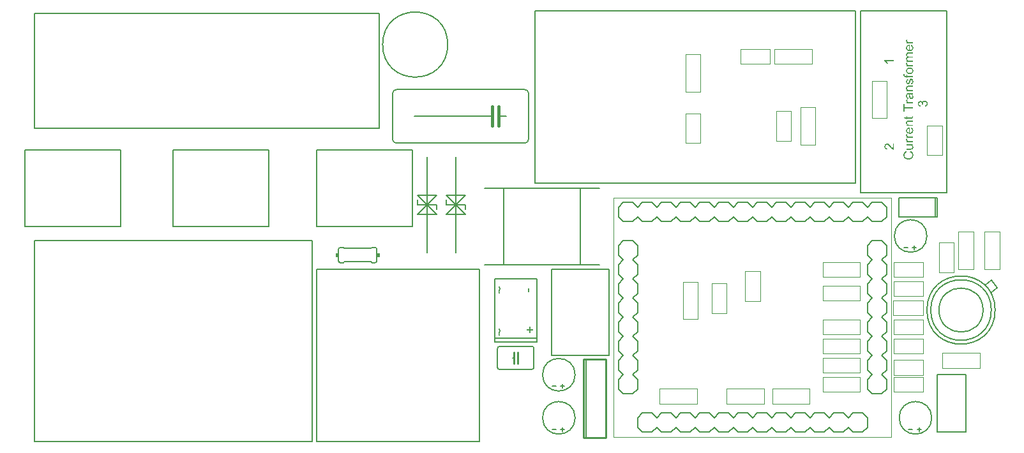
<source format=gto>
%FSLAX44Y44*%
%MOMM*%
G71*
G01*
G75*
G04 Layer_Color=65535*
%ADD10R,1.6002X1.8034*%
%ADD11R,1.8034X1.6002*%
%ADD12R,1.3208X1.5240*%
%ADD13R,1.5240X1.3208*%
%ADD14R,2.5400X1.2700*%
%ADD15C,0.4064*%
%ADD16C,0.2540*%
%ADD17C,0.3048*%
%ADD18C,0.0508*%
G04:AMPARAMS|DCode=19|XSize=1.9812mm|YSize=1.9812mm|CornerRadius=0mm|HoleSize=0mm|Usage=FLASHONLY|Rotation=180.000|XOffset=0mm|YOffset=0mm|HoleType=Round|Shape=Octagon|*
%AMOCTAGOND19*
4,1,8,-0.9906,0.4953,-0.9906,-0.4953,-0.4953,-0.9906,0.4953,-0.9906,0.9906,-0.4953,0.9906,0.4953,0.4953,0.9906,-0.4953,0.9906,-0.9906,0.4953,0.0*
%
%ADD19OCTAGOND19*%

%ADD20C,1.2700*%
G04:AMPARAMS|DCode=21|XSize=1.27mm|YSize=1.27mm|CornerRadius=0mm|HoleSize=0mm|Usage=FLASHONLY|Rotation=180.000|XOffset=0mm|YOffset=0mm|HoleType=Round|Shape=Octagon|*
%AMOCTAGOND21*
4,1,8,-0.6350,0.3175,-0.6350,-0.3175,-0.3175,-0.6350,0.3175,-0.6350,0.6350,-0.3175,0.6350,0.3175,0.3175,0.6350,-0.3175,0.6350,-0.6350,0.3175,0.0*
%
%ADD21OCTAGOND21*%

%ADD22O,3.6576X1.8288*%
G04:AMPARAMS|DCode=23|XSize=1.0668mm|YSize=1.0668mm|CornerRadius=0mm|HoleSize=0mm|Usage=FLASHONLY|Rotation=90.000|XOffset=0mm|YOffset=0mm|HoleType=Round|Shape=Octagon|*
%AMOCTAGOND23*
4,1,8,0.2667,0.5334,-0.2667,0.5334,-0.5334,0.2667,-0.5334,-0.2667,-0.2667,-0.5334,0.2667,-0.5334,0.5334,-0.2667,0.5334,0.2667,0.2667,0.5334,0.0*
%
%ADD23OCTAGOND23*%

%ADD24O,3.0480X1.5240*%
%ADD25O,2.7432X1.3716*%
%ADD26O,1.3716X2.7432*%
%ADD27O,1.5240X0.7620*%
%ADD28O,0.7620X1.5240*%
G04:AMPARAMS|DCode=29|XSize=1.524mm|YSize=1.524mm|CornerRadius=0mm|HoleSize=0mm|Usage=FLASHONLY|Rotation=270.000|XOffset=0mm|YOffset=0mm|HoleType=Round|Shape=Octagon|*
%AMOCTAGOND29*
4,1,8,-0.3810,-0.7620,0.3810,-0.7620,0.7620,-0.3810,0.7620,0.3810,0.3810,0.7620,-0.3810,0.7620,-0.7620,0.3810,-0.7620,-0.3810,-0.3810,-0.7620,0.0*
%
%ADD29OCTAGOND29*%

%ADD30O,2.4384X1.2192*%
%ADD31O,1.7780X3.5560*%
%ADD32R,1.8288X1.8288*%
G04:AMPARAMS|DCode=33|XSize=1.2192mm|YSize=1.2192mm|CornerRadius=0mm|HoleSize=0mm|Usage=FLASHONLY|Rotation=0.000|XOffset=0mm|YOffset=0mm|HoleType=Round|Shape=Octagon|*
%AMOCTAGOND33*
4,1,8,0.6096,-0.3048,0.6096,0.3048,0.3048,0.6096,-0.3048,0.6096,-0.6096,0.3048,-0.6096,-0.3048,-0.3048,-0.6096,0.3048,-0.6096,0.6096,-0.3048,0.0*
%
%ADD33OCTAGOND33*%

G04:AMPARAMS|DCode=34|XSize=1.524mm|YSize=1.524mm|CornerRadius=0mm|HoleSize=0mm|Usage=FLASHONLY|Rotation=180.000|XOffset=0mm|YOffset=0mm|HoleType=Round|Shape=Octagon|*
%AMOCTAGOND34*
4,1,8,-0.7620,0.3810,-0.7620,-0.3810,-0.3810,-0.7620,0.3810,-0.7620,0.7620,-0.3810,0.7620,0.3810,0.3810,0.7620,-0.3810,0.7620,-0.7620,0.3810,0.0*
%
%ADD34OCTAGOND34*%

G04:AMPARAMS|DCode=35|XSize=1.6002mm|YSize=1.6002mm|CornerRadius=0mm|HoleSize=0mm|Usage=FLASHONLY|Rotation=0.000|XOffset=0mm|YOffset=0mm|HoleType=Round|Shape=Octagon|*
%AMOCTAGOND35*
4,1,8,0.8001,-0.4001,0.8001,0.4001,0.4001,0.8001,-0.4001,0.8001,-0.8001,0.4001,-0.8001,-0.4001,-0.4001,-0.8001,0.4001,-0.8001,0.8001,-0.4001,0.0*
%
%ADD35OCTAGOND35*%

%ADD36R,1.2192X1.2192*%
G04:AMPARAMS|DCode=37|XSize=1.3716mm|YSize=1.3716mm|CornerRadius=0mm|HoleSize=0mm|Usage=FLASHONLY|Rotation=90.000|XOffset=0mm|YOffset=0mm|HoleType=Round|Shape=Octagon|*
%AMOCTAGOND37*
4,1,8,0.3429,0.6858,-0.3429,0.6858,-0.6858,0.3429,-0.6858,-0.3429,-0.3429,-0.6858,0.3429,-0.6858,0.6858,-0.3429,0.6858,0.3429,0.3429,0.6858,0.0*
%
%ADD37OCTAGOND37*%

G04:AMPARAMS|DCode=38|XSize=1.3716mm|YSize=1.3716mm|CornerRadius=0mm|HoleSize=0mm|Usage=FLASHONLY|Rotation=180.000|XOffset=0mm|YOffset=0mm|HoleType=Round|Shape=Octagon|*
%AMOCTAGOND38*
4,1,8,-0.6858,0.3429,-0.6858,-0.3429,-0.3429,-0.6858,0.3429,-0.6858,0.6858,-0.3429,0.6858,0.3429,0.3429,0.6858,-0.3429,0.6858,-0.6858,0.3429,0.0*
%
%ADD38OCTAGOND38*%

%ADD39C,4.5212*%
%ADD40C,0.9096*%
%ADD41C,1.0160*%
%ADD42C,0.1524*%
%ADD43C,0.1270*%
%ADD44C,0.0000*%
%ADD45R,0.2540X2.5400*%
%ADD46R,0.3810X0.5080*%
G36*
X1507190Y707707D02*
X1507172Y707689D01*
X1507135Y707616D01*
X1507081Y707507D01*
X1507026Y707361D01*
X1506971Y707197D01*
X1506917Y706997D01*
X1506880Y706797D01*
X1506862Y706597D01*
Y706578D01*
Y706505D01*
X1506880Y706414D01*
X1506898Y706287D01*
X1506935Y706159D01*
X1506989Y705995D01*
X1507062Y705832D01*
X1507172Y705686D01*
X1507190Y705668D01*
X1507226Y705613D01*
X1507299Y705558D01*
X1507390Y705467D01*
X1507518Y705376D01*
X1507663Y705285D01*
X1507827Y705194D01*
X1508027Y705121D01*
X1508064Y705103D01*
X1508173Y705085D01*
X1508337Y705049D01*
X1508556Y704994D01*
X1508829Y704939D01*
X1509138Y704903D01*
X1509466Y704885D01*
X1509830Y704866D01*
X1514602D01*
Y703318D01*
X1505460D01*
Y704721D01*
X1506844D01*
X1506826Y704739D01*
X1506698Y704812D01*
X1506534Y704903D01*
X1506334Y705049D01*
X1506134Y705194D01*
X1505915Y705358D01*
X1505733Y705522D01*
X1505587Y705686D01*
X1505569Y705704D01*
X1505533Y705759D01*
X1505478Y705868D01*
X1505423Y705977D01*
X1505369Y706123D01*
X1505314Y706305D01*
X1505278Y706487D01*
X1505259Y706688D01*
Y706724D01*
Y706815D01*
X1505278Y706979D01*
X1505314Y707179D01*
X1505387Y707416D01*
X1505478Y707671D01*
X1505605Y707962D01*
X1505769Y708272D01*
X1507190Y707707D01*
D02*
G37*
G36*
X1503493Y697654D02*
X1514602D01*
Y695979D01*
X1503493D01*
Y691827D01*
X1501999D01*
Y701807D01*
X1503493D01*
Y697654D01*
D02*
G37*
G36*
X1514602Y686309D02*
X1514620Y686236D01*
X1514638Y686108D01*
X1514657Y685944D01*
X1514693Y685762D01*
X1514711Y685562D01*
X1514729Y685161D01*
Y685125D01*
Y685015D01*
X1514711Y684870D01*
X1514693Y684688D01*
X1514675Y684469D01*
X1514620Y684251D01*
X1514566Y684050D01*
X1514474Y683850D01*
X1514456Y683832D01*
X1514420Y683777D01*
X1514365Y683704D01*
X1514274Y683595D01*
X1514183Y683504D01*
X1514056Y683395D01*
X1513928Y683285D01*
X1513764Y683213D01*
X1513746D01*
X1513673Y683176D01*
X1513546Y683158D01*
X1513364Y683121D01*
X1513127Y683085D01*
X1512981Y683067D01*
X1512817D01*
X1512617Y683049D01*
X1512417Y683030D01*
X1506662D01*
Y681883D01*
X1505460D01*
Y683030D01*
X1503201D01*
X1502273Y684578D01*
X1505460D01*
Y686145D01*
X1506662D01*
Y684578D01*
X1512253D01*
X1512380Y684597D01*
X1512672Y684615D01*
X1512799Y684633D01*
X1512890Y684651D01*
X1512926Y684669D01*
X1512999Y684724D01*
X1513090Y684797D01*
X1513181Y684924D01*
X1513200Y684961D01*
X1513236Y685052D01*
X1513273Y685216D01*
X1513291Y685453D01*
Y685471D01*
Y685507D01*
Y685562D01*
Y685635D01*
X1513273Y685726D01*
Y685853D01*
X1513254Y685999D01*
X1513236Y686145D01*
X1514602Y686345D01*
Y686309D01*
D02*
G37*
G36*
Y724863D02*
X1508738D01*
X1508537Y724845D01*
X1508301Y724827D01*
X1508064Y724790D01*
X1507845Y724735D01*
X1507645Y724681D01*
X1507627D01*
X1507572Y724644D01*
X1507481Y724590D01*
X1507372Y724535D01*
X1507263Y724444D01*
X1507135Y724335D01*
X1507008Y724189D01*
X1506898Y724025D01*
X1506880Y724007D01*
X1506844Y723952D01*
X1506807Y723843D01*
X1506753Y723716D01*
X1506698Y723570D01*
X1506643Y723388D01*
X1506625Y723169D01*
X1506607Y722951D01*
Y722933D01*
Y722914D01*
Y722860D01*
X1506625Y722787D01*
X1506643Y722605D01*
X1506680Y722368D01*
X1506771Y722113D01*
X1506880Y721822D01*
X1507026Y721530D01*
X1507244Y721257D01*
X1507281Y721221D01*
X1507372Y721148D01*
X1507445Y721093D01*
X1507536Y721039D01*
X1507645Y720966D01*
X1507773Y720911D01*
X1507918Y720838D01*
X1508100Y720765D01*
X1508301Y720711D01*
X1508519Y720656D01*
X1508756Y720620D01*
X1509011Y720583D01*
X1509321Y720547D01*
X1514602D01*
Y718999D01*
X1505460D01*
Y720383D01*
X1506771D01*
X1506753Y720401D01*
X1506698Y720437D01*
X1506625Y720492D01*
X1506534Y720565D01*
X1506425Y720674D01*
X1506297Y720802D01*
X1506152Y720947D01*
X1506006Y721130D01*
X1505878Y721312D01*
X1505733Y721530D01*
X1505605Y721767D01*
X1505496Y722022D01*
X1505405Y722313D01*
X1505332Y722605D01*
X1505278Y722933D01*
X1505259Y723279D01*
Y723297D01*
Y723315D01*
Y723424D01*
X1505278Y723570D01*
X1505296Y723770D01*
X1505332Y724007D01*
X1505387Y724262D01*
X1505460Y724535D01*
X1505569Y724790D01*
X1505587Y724827D01*
X1505624Y724899D01*
X1505678Y725027D01*
X1505769Y725173D01*
X1505878Y725355D01*
X1506024Y725519D01*
X1506170Y725683D01*
X1506352Y725828D01*
X1506370Y725846D01*
X1506443Y725883D01*
X1506534Y725937D01*
X1506662Y726029D01*
X1506844Y726101D01*
X1507026Y726174D01*
X1507244Y726265D01*
X1507481Y726320D01*
X1507499D01*
X1507572Y726338D01*
X1507681Y726356D01*
X1507827Y726375D01*
X1508046D01*
X1508301Y726393D01*
X1508610Y726411D01*
X1514602D01*
Y724863D01*
D02*
G37*
G36*
X1530210Y706732D02*
X1530356Y706713D01*
X1530520Y706677D01*
X1530702Y706641D01*
X1530902Y706604D01*
X1531339Y706459D01*
X1531576Y706349D01*
X1531794Y706240D01*
X1532031Y706094D01*
X1532268Y705930D01*
X1532505Y705748D01*
X1532723Y705530D01*
X1532741Y705511D01*
X1532778Y705475D01*
X1532832Y705402D01*
X1532905Y705311D01*
X1532996Y705202D01*
X1533087Y705056D01*
X1533197Y704892D01*
X1533288Y704692D01*
X1533397Y704492D01*
X1533506Y704255D01*
X1533597Y704018D01*
X1533688Y703745D01*
X1533761Y703454D01*
X1533816Y703144D01*
X1533852Y702834D01*
X1533871Y702488D01*
Y702470D01*
Y702415D01*
Y702325D01*
X1533852Y702215D01*
X1533834Y702069D01*
X1533816Y701906D01*
X1533779Y701723D01*
X1533743Y701523D01*
X1533634Y701086D01*
X1533452Y700631D01*
X1533342Y700394D01*
X1533215Y700175D01*
X1533051Y699957D01*
X1532887Y699738D01*
X1532869Y699720D01*
X1532832Y699684D01*
X1532778Y699629D01*
X1532705Y699575D01*
X1532614Y699483D01*
X1532486Y699392D01*
X1532359Y699283D01*
X1532195Y699174D01*
X1532013Y699065D01*
X1531831Y698955D01*
X1531394Y698755D01*
X1530884Y698591D01*
X1530611Y698536D01*
X1530319Y698500D01*
X1530119Y700048D01*
X1530137D01*
X1530173Y700066D01*
X1530246Y700084D01*
X1530338Y700103D01*
X1530447Y700121D01*
X1530574Y700157D01*
X1530847Y700248D01*
X1531175Y700376D01*
X1531485Y700540D01*
X1531776Y700722D01*
X1532031Y700940D01*
X1532049Y700977D01*
X1532122Y701050D01*
X1532213Y701195D01*
X1532304Y701377D01*
X1532414Y701596D01*
X1532505Y701869D01*
X1532578Y702179D01*
X1532596Y702507D01*
Y702525D01*
Y702561D01*
Y702616D01*
X1532578Y702689D01*
X1532559Y702889D01*
X1532505Y703144D01*
X1532414Y703435D01*
X1532286Y703745D01*
X1532104Y704055D01*
X1531849Y704346D01*
X1531813Y704382D01*
X1531703Y704473D01*
X1531539Y704583D01*
X1531321Y704728D01*
X1531048Y704874D01*
X1530738Y704983D01*
X1530374Y705074D01*
X1529973Y705111D01*
X1529864D01*
X1529791Y705093D01*
X1529591Y705074D01*
X1529354Y705020D01*
X1529063Y704947D01*
X1528771Y704819D01*
X1528480Y704637D01*
X1528207Y704401D01*
X1528170Y704364D01*
X1528097Y704273D01*
X1527988Y704127D01*
X1527861Y703927D01*
X1527733Y703672D01*
X1527624Y703363D01*
X1527551Y703017D01*
X1527515Y702634D01*
Y702616D01*
Y702561D01*
Y702470D01*
X1527533Y702343D01*
X1527551Y702179D01*
X1527587Y701997D01*
X1527624Y701778D01*
X1527679Y701541D01*
X1526313Y701723D01*
Y701742D01*
Y701814D01*
X1526331Y701887D01*
Y701960D01*
Y701979D01*
Y701997D01*
Y702051D01*
Y702124D01*
X1526294Y702325D01*
X1526258Y702561D01*
X1526203Y702834D01*
X1526112Y703144D01*
X1525985Y703435D01*
X1525821Y703745D01*
Y703763D01*
X1525803Y703781D01*
X1525730Y703873D01*
X1525602Y704000D01*
X1525439Y704146D01*
X1525202Y704291D01*
X1524928Y704419D01*
X1524619Y704510D01*
X1524437Y704546D01*
X1524091D01*
X1523945Y704510D01*
X1523745Y704473D01*
X1523526Y704401D01*
X1523289Y704310D01*
X1523053Y704164D01*
X1522834Y703963D01*
X1522816Y703945D01*
X1522743Y703854D01*
X1522652Y703727D01*
X1522543Y703563D01*
X1522452Y703344D01*
X1522361Y703089D01*
X1522288Y702798D01*
X1522270Y702470D01*
Y702452D01*
Y702434D01*
Y702325D01*
X1522306Y702161D01*
X1522343Y701942D01*
X1522415Y701705D01*
X1522506Y701469D01*
X1522652Y701214D01*
X1522834Y700977D01*
X1522852Y700959D01*
X1522944Y700886D01*
X1523071Y700777D01*
X1523253Y700649D01*
X1523490Y700521D01*
X1523781Y700394D01*
X1524127Y700285D01*
X1524528Y700212D01*
X1524255Y698664D01*
X1524236D01*
X1524182Y698682D01*
X1524109Y698700D01*
X1524000Y698718D01*
X1523872Y698755D01*
X1523727Y698810D01*
X1523380Y698919D01*
X1522980Y699101D01*
X1522579Y699320D01*
X1522197Y699593D01*
X1521851Y699939D01*
X1521832Y699957D01*
X1521814Y699993D01*
X1521778Y700048D01*
X1521723Y700121D01*
X1521650Y700212D01*
X1521578Y700339D01*
X1521505Y700467D01*
X1521414Y700631D01*
X1521268Y700995D01*
X1521122Y701414D01*
X1521031Y701906D01*
X1520995Y702161D01*
Y702434D01*
Y702452D01*
Y702488D01*
Y702543D01*
Y702616D01*
X1521013Y702816D01*
X1521049Y703053D01*
X1521104Y703344D01*
X1521195Y703672D01*
X1521304Y704000D01*
X1521450Y704328D01*
Y704346D01*
X1521468Y704364D01*
X1521523Y704473D01*
X1521632Y704637D01*
X1521760Y704819D01*
X1521942Y705038D01*
X1522142Y705257D01*
X1522379Y705475D01*
X1522652Y705657D01*
X1522688Y705675D01*
X1522780Y705730D01*
X1522944Y705803D01*
X1523144Y705894D01*
X1523380Y705985D01*
X1523654Y706058D01*
X1523963Y706113D01*
X1524273Y706131D01*
X1524419D01*
X1524564Y706113D01*
X1524765Y706076D01*
X1525001Y706021D01*
X1525256Y705930D01*
X1525511Y705821D01*
X1525766Y705675D01*
X1525803Y705657D01*
X1525876Y705603D01*
X1526003Y705493D01*
X1526149Y705348D01*
X1526313Y705165D01*
X1526495Y704947D01*
X1526659Y704692D01*
X1526823Y704382D01*
Y704401D01*
X1526841Y704437D01*
X1526859Y704492D01*
X1526877Y704565D01*
X1526950Y704765D01*
X1527059Y705020D01*
X1527205Y705311D01*
X1527387Y705603D01*
X1527624Y705876D01*
X1527897Y706131D01*
X1527934Y706149D01*
X1528043Y706222D01*
X1528225Y706331D01*
X1528462Y706440D01*
X1528753Y706550D01*
X1529099Y706659D01*
X1529500Y706732D01*
X1529937Y706750D01*
X1530101D01*
X1530210Y706732D01*
D02*
G37*
G36*
X1514602Y715466D02*
X1514584Y715447D01*
X1514511Y715429D01*
X1514420Y715393D01*
X1514274Y715338D01*
X1514110Y715284D01*
X1513910Y715247D01*
X1513691Y715211D01*
X1513455Y715174D01*
Y715156D01*
X1513491Y715138D01*
X1513582Y715029D01*
X1513710Y714865D01*
X1513873Y714646D01*
X1514037Y714373D01*
X1514220Y714100D01*
X1514384Y713808D01*
X1514511Y713499D01*
X1514529Y713462D01*
X1514547Y713353D01*
X1514602Y713189D01*
X1514657Y712989D01*
X1514711Y712734D01*
X1514748Y712442D01*
X1514784Y712115D01*
X1514802Y711787D01*
Y711769D01*
Y711714D01*
Y711641D01*
X1514784Y711532D01*
Y711404D01*
X1514766Y711259D01*
X1514711Y710931D01*
X1514620Y710567D01*
X1514493Y710166D01*
X1514311Y709802D01*
X1514074Y709474D01*
X1514037Y709437D01*
X1513946Y709346D01*
X1513783Y709219D01*
X1513564Y709073D01*
X1513291Y708928D01*
X1512981Y708800D01*
X1512599Y708709D01*
X1512417Y708691D01*
X1512198Y708673D01*
X1512089D01*
X1511961Y708691D01*
X1511797Y708709D01*
X1511597Y708745D01*
X1511397Y708800D01*
X1511178Y708873D01*
X1510978Y708964D01*
X1510960Y708982D01*
X1510887Y709019D01*
X1510777Y709091D01*
X1510650Y709183D01*
X1510504Y709292D01*
X1510359Y709437D01*
X1510213Y709583D01*
X1510085Y709765D01*
X1510067Y709784D01*
X1510031Y709856D01*
X1509958Y709948D01*
X1509885Y710093D01*
X1509812Y710257D01*
X1509721Y710457D01*
X1509648Y710658D01*
X1509576Y710894D01*
Y710913D01*
X1509557Y710985D01*
X1509521Y711095D01*
X1509503Y711240D01*
X1509466Y711423D01*
X1509430Y711659D01*
X1509375Y711933D01*
X1509339Y712260D01*
Y712279D01*
X1509321Y712351D01*
Y712442D01*
X1509302Y712570D01*
X1509284Y712716D01*
X1509248Y712898D01*
X1509229Y713098D01*
X1509193Y713317D01*
X1509102Y713754D01*
X1509011Y714227D01*
X1508902Y714646D01*
X1508847Y714846D01*
X1508792Y715029D01*
X1508738D01*
X1508629Y715047D01*
X1508246D01*
X1508064Y715029D01*
X1507864Y714992D01*
X1507645Y714938D01*
X1507427Y714846D01*
X1507226Y714737D01*
X1507062Y714592D01*
X1507044Y714573D01*
X1506971Y714482D01*
X1506898Y714336D01*
X1506789Y714154D01*
X1506698Y713899D01*
X1506607Y713608D01*
X1506552Y713244D01*
X1506534Y712825D01*
Y712807D01*
Y712770D01*
Y712716D01*
Y712643D01*
X1506552Y712461D01*
X1506589Y712206D01*
X1506625Y711951D01*
X1506698Y711678D01*
X1506789Y711423D01*
X1506917Y711204D01*
X1506935Y711186D01*
X1506989Y711113D01*
X1507081Y711022D01*
X1507226Y710913D01*
X1507408Y710803D01*
X1507645Y710676D01*
X1507937Y710567D01*
X1508264Y710457D01*
X1508064Y708946D01*
X1508046D01*
X1508027Y708964D01*
X1507973D01*
X1507900Y708982D01*
X1507736Y709037D01*
X1507499Y709110D01*
X1507263Y709201D01*
X1507008Y709310D01*
X1506753Y709456D01*
X1506516Y709620D01*
X1506498Y709638D01*
X1506425Y709711D01*
X1506316Y709820D01*
X1506170Y709966D01*
X1506024Y710166D01*
X1505878Y710403D01*
X1505715Y710676D01*
X1505587Y710985D01*
Y711004D01*
X1505569Y711022D01*
X1505551Y711077D01*
X1505533Y711150D01*
X1505478Y711332D01*
X1505423Y711587D01*
X1505369Y711878D01*
X1505314Y712242D01*
X1505278Y712625D01*
X1505259Y713062D01*
Y713080D01*
Y713116D01*
Y713171D01*
Y713262D01*
X1505278Y713462D01*
X1505296Y713736D01*
X1505332Y714045D01*
X1505387Y714355D01*
X1505460Y714664D01*
X1505551Y714956D01*
X1505569Y714992D01*
X1505605Y715083D01*
X1505660Y715211D01*
X1505733Y715375D01*
X1505842Y715557D01*
X1505951Y715739D01*
X1506097Y715903D01*
X1506243Y716048D01*
X1506261Y716067D01*
X1506316Y716103D01*
X1506407Y716158D01*
X1506516Y716230D01*
X1506680Y716322D01*
X1506844Y716395D01*
X1507044Y716467D01*
X1507281Y716522D01*
X1507299D01*
X1507354Y716540D01*
X1507463Y716558D01*
X1507609Y716577D01*
X1507809D01*
X1508046Y716595D01*
X1508355Y716613D01*
X1511488D01*
X1511925Y716631D01*
X1512380D01*
X1512836Y716649D01*
X1513036Y716668D01*
X1513218D01*
X1513382Y716686D01*
X1513509Y716704D01*
X1513528D01*
X1513600Y716722D01*
X1513710Y716740D01*
X1513855Y716795D01*
X1514019Y716832D01*
X1514201Y716904D01*
X1514402Y716995D01*
X1514602Y717086D01*
Y715466D01*
D02*
G37*
G36*
X1507190Y661686D02*
X1507172Y661668D01*
X1507135Y661595D01*
X1507081Y661486D01*
X1507026Y661340D01*
X1506971Y661176D01*
X1506917Y660976D01*
X1506880Y660776D01*
X1506862Y660575D01*
Y660557D01*
Y660484D01*
X1506880Y660393D01*
X1506898Y660266D01*
X1506935Y660138D01*
X1506989Y659974D01*
X1507062Y659810D01*
X1507172Y659665D01*
X1507190Y659647D01*
X1507226Y659592D01*
X1507299Y659537D01*
X1507390Y659446D01*
X1507518Y659355D01*
X1507663Y659264D01*
X1507827Y659173D01*
X1508027Y659100D01*
X1508064Y659082D01*
X1508173Y659064D01*
X1508337Y659027D01*
X1508556Y658973D01*
X1508829Y658918D01*
X1509138Y658882D01*
X1509466Y658863D01*
X1509830Y658845D01*
X1514602D01*
Y657297D01*
X1505460D01*
Y658699D01*
X1506844D01*
X1506826Y658718D01*
X1506698Y658791D01*
X1506534Y658882D01*
X1506334Y659027D01*
X1506134Y659173D01*
X1505915Y659337D01*
X1505733Y659501D01*
X1505587Y659665D01*
X1505569Y659683D01*
X1505533Y659737D01*
X1505478Y659847D01*
X1505423Y659956D01*
X1505369Y660102D01*
X1505314Y660284D01*
X1505278Y660466D01*
X1505259Y660666D01*
Y660703D01*
Y660794D01*
X1505278Y660958D01*
X1505314Y661158D01*
X1505387Y661395D01*
X1505478Y661650D01*
X1505605Y661941D01*
X1505769Y662251D01*
X1507190Y661686D01*
D02*
G37*
G36*
Y655822D02*
X1507172Y655804D01*
X1507135Y655731D01*
X1507081Y655622D01*
X1507026Y655476D01*
X1506971Y655312D01*
X1506917Y655112D01*
X1506880Y654911D01*
X1506862Y654711D01*
Y654693D01*
Y654620D01*
X1506880Y654529D01*
X1506898Y654401D01*
X1506935Y654274D01*
X1506989Y654110D01*
X1507062Y653946D01*
X1507172Y653801D01*
X1507190Y653782D01*
X1507226Y653728D01*
X1507299Y653673D01*
X1507390Y653582D01*
X1507518Y653491D01*
X1507663Y653400D01*
X1507827Y653309D01*
X1508027Y653236D01*
X1508064Y653218D01*
X1508173Y653199D01*
X1508337Y653163D01*
X1508556Y653108D01*
X1508829Y653054D01*
X1509138Y653017D01*
X1509466Y652999D01*
X1509830Y652981D01*
X1514602D01*
Y651433D01*
X1505460D01*
Y652835D01*
X1506844D01*
X1506826Y652853D01*
X1506698Y652926D01*
X1506534Y653017D01*
X1506334Y653163D01*
X1506134Y653309D01*
X1505915Y653473D01*
X1505733Y653637D01*
X1505587Y653801D01*
X1505569Y653819D01*
X1505533Y653873D01*
X1505478Y653983D01*
X1505423Y654092D01*
X1505369Y654238D01*
X1505314Y654420D01*
X1505278Y654602D01*
X1505259Y654802D01*
Y654839D01*
Y654930D01*
X1505278Y655094D01*
X1505314Y655294D01*
X1505387Y655531D01*
X1505478Y655786D01*
X1505605Y656077D01*
X1505769Y656387D01*
X1507190Y655822D01*
D02*
G37*
G36*
X1514602Y647645D02*
X1513273D01*
X1513291Y647627D01*
X1513345Y647590D01*
X1513418Y647536D01*
X1513509Y647445D01*
X1513619Y647335D01*
X1513764Y647208D01*
X1513892Y647062D01*
X1514037Y646880D01*
X1514183Y646680D01*
X1514311Y646461D01*
X1514438Y646224D01*
X1514566Y645969D01*
X1514657Y645678D01*
X1514729Y645387D01*
X1514784Y645059D01*
X1514802Y644731D01*
Y644695D01*
Y644604D01*
X1514784Y644440D01*
X1514766Y644239D01*
X1514729Y644003D01*
X1514675Y643748D01*
X1514602Y643493D01*
X1514493Y643219D01*
X1514474Y643183D01*
X1514438Y643110D01*
X1514365Y642983D01*
X1514274Y642837D01*
X1514165Y642655D01*
X1514037Y642491D01*
X1513892Y642327D01*
X1513728Y642181D01*
X1513710Y642163D01*
X1513637Y642127D01*
X1513546Y642072D01*
X1513400Y641999D01*
X1513236Y641908D01*
X1513036Y641835D01*
X1512817Y641762D01*
X1512581Y641708D01*
X1512562D01*
X1512489Y641690D01*
X1512380Y641671D01*
X1512234D01*
X1512016Y641653D01*
X1511779Y641635D01*
X1511470Y641617D01*
X1505460D01*
Y643165D01*
X1510941D01*
X1511196Y643183D01*
X1511470D01*
X1511743Y643201D01*
X1511980Y643219D01*
X1512180Y643256D01*
X1512198D01*
X1512271Y643292D01*
X1512380Y643329D01*
X1512526Y643383D01*
X1512672Y643474D01*
X1512836Y643584D01*
X1512981Y643711D01*
X1513127Y643875D01*
X1513145Y643893D01*
X1513181Y643966D01*
X1513236Y644057D01*
X1513291Y644203D01*
X1513364Y644367D01*
X1513418Y644567D01*
X1513455Y644786D01*
X1513473Y645041D01*
Y645077D01*
Y645168D01*
X1513455Y645296D01*
X1513436Y645460D01*
X1513382Y645660D01*
X1513327Y645878D01*
X1513236Y646115D01*
X1513127Y646352D01*
X1513109Y646388D01*
X1513054Y646461D01*
X1512981Y646570D01*
X1512872Y646698D01*
X1512726Y646844D01*
X1512562Y646989D01*
X1512380Y647117D01*
X1512162Y647226D01*
X1512125Y647244D01*
X1512052Y647262D01*
X1511907Y647299D01*
X1511706Y647354D01*
X1511451Y647408D01*
X1511142Y647445D01*
X1510777Y647463D01*
X1510359Y647481D01*
X1505460D01*
Y649029D01*
X1514602D01*
Y647645D01*
D02*
G37*
G36*
Y678842D02*
X1508738D01*
X1508537Y678823D01*
X1508301Y678805D01*
X1508064Y678769D01*
X1507845Y678714D01*
X1507645Y678660D01*
X1507627D01*
X1507572Y678623D01*
X1507481Y678568D01*
X1507372Y678514D01*
X1507263Y678423D01*
X1507135Y678314D01*
X1507008Y678168D01*
X1506898Y678004D01*
X1506880Y677986D01*
X1506844Y677931D01*
X1506807Y677822D01*
X1506753Y677694D01*
X1506698Y677549D01*
X1506643Y677367D01*
X1506625Y677148D01*
X1506607Y676929D01*
Y676911D01*
Y676893D01*
Y676838D01*
X1506625Y676766D01*
X1506643Y676583D01*
X1506680Y676347D01*
X1506771Y676092D01*
X1506880Y675800D01*
X1507026Y675509D01*
X1507244Y675236D01*
X1507281Y675199D01*
X1507372Y675126D01*
X1507445Y675072D01*
X1507536Y675017D01*
X1507645Y674944D01*
X1507773Y674890D01*
X1507918Y674817D01*
X1508100Y674744D01*
X1508301Y674689D01*
X1508519Y674635D01*
X1508756Y674598D01*
X1509011Y674562D01*
X1509321Y674526D01*
X1514602D01*
Y672978D01*
X1505460D01*
Y674362D01*
X1506771D01*
X1506753Y674380D01*
X1506698Y674416D01*
X1506625Y674471D01*
X1506534Y674544D01*
X1506425Y674653D01*
X1506297Y674781D01*
X1506152Y674926D01*
X1506006Y675108D01*
X1505878Y675290D01*
X1505733Y675509D01*
X1505605Y675746D01*
X1505496Y676001D01*
X1505405Y676292D01*
X1505332Y676583D01*
X1505278Y676911D01*
X1505259Y677257D01*
Y677275D01*
Y677294D01*
Y677403D01*
X1505278Y677549D01*
X1505296Y677749D01*
X1505332Y677986D01*
X1505387Y678241D01*
X1505460Y678514D01*
X1505569Y678769D01*
X1505587Y678805D01*
X1505624Y678878D01*
X1505678Y679006D01*
X1505769Y679151D01*
X1505878Y679333D01*
X1506024Y679497D01*
X1506170Y679661D01*
X1506352Y679807D01*
X1506370Y679825D01*
X1506443Y679862D01*
X1506534Y679916D01*
X1506662Y680007D01*
X1506844Y680080D01*
X1507026Y680153D01*
X1507244Y680244D01*
X1507481Y680299D01*
X1507499D01*
X1507572Y680317D01*
X1507681Y680335D01*
X1507827Y680353D01*
X1508046D01*
X1508301Y680371D01*
X1508610Y680390D01*
X1514602D01*
Y678842D01*
D02*
G37*
G36*
X1510705Y639777D02*
X1510814Y639741D01*
X1510960Y639686D01*
X1511124Y639632D01*
X1511324Y639559D01*
X1511542Y639468D01*
X1511779Y639358D01*
X1512289Y639104D01*
X1512799Y638776D01*
X1513054Y638575D01*
X1513309Y638375D01*
X1513528Y638157D01*
X1513746Y637902D01*
X1513764Y637883D01*
X1513801Y637847D01*
X1513837Y637756D01*
X1513910Y637665D01*
X1514001Y637519D01*
X1514092Y637374D01*
X1514183Y637173D01*
X1514274Y636973D01*
X1514384Y636736D01*
X1514474Y636481D01*
X1514566Y636208D01*
X1514657Y635916D01*
X1514729Y635607D01*
X1514766Y635279D01*
X1514802Y634933D01*
X1514821Y634569D01*
Y634551D01*
Y634478D01*
Y634369D01*
X1514802Y634223D01*
Y634059D01*
X1514784Y633859D01*
X1514748Y633640D01*
X1514711Y633385D01*
X1514620Y632857D01*
X1514474Y632311D01*
X1514274Y631764D01*
X1514147Y631509D01*
X1514001Y631254D01*
X1513983Y631236D01*
X1513965Y631200D01*
X1513910Y631127D01*
X1513837Y631054D01*
X1513764Y630945D01*
X1513655Y630817D01*
X1513528Y630672D01*
X1513382Y630526D01*
X1513218Y630380D01*
X1513054Y630216D01*
X1512635Y629888D01*
X1512143Y629579D01*
X1511597Y629306D01*
X1511579D01*
X1511524Y629269D01*
X1511433Y629251D01*
X1511324Y629196D01*
X1511178Y629160D01*
X1510996Y629105D01*
X1510796Y629032D01*
X1510577Y628978D01*
X1510340Y628923D01*
X1510067Y628850D01*
X1509503Y628759D01*
X1508865Y628686D01*
X1508210Y628650D01*
X1508009D01*
X1507882Y628668D01*
X1507700D01*
X1507518Y628686D01*
X1507281Y628705D01*
X1507044Y628741D01*
X1506516Y628832D01*
X1505933Y628960D01*
X1505350Y629142D01*
X1504786Y629397D01*
X1504768Y629415D01*
X1504713Y629433D01*
X1504640Y629469D01*
X1504549Y629542D01*
X1504422Y629615D01*
X1504276Y629706D01*
X1503948Y629943D01*
X1503584Y630253D01*
X1503220Y630617D01*
X1502855Y631036D01*
X1502546Y631527D01*
X1502528Y631546D01*
X1502509Y631600D01*
X1502473Y631673D01*
X1502418Y631764D01*
X1502364Y631910D01*
X1502309Y632056D01*
X1502236Y632238D01*
X1502163Y632438D01*
X1502090Y632657D01*
X1502018Y632893D01*
X1501908Y633403D01*
X1501817Y633986D01*
X1501781Y634587D01*
Y634605D01*
Y634678D01*
Y634769D01*
X1501799Y634897D01*
X1501817Y635061D01*
X1501835Y635261D01*
X1501854Y635461D01*
X1501908Y635698D01*
X1502018Y636190D01*
X1502182Y636736D01*
X1502291Y637009D01*
X1502418Y637264D01*
X1502582Y637519D01*
X1502746Y637774D01*
X1502764Y637792D01*
X1502782Y637829D01*
X1502837Y637902D01*
X1502928Y637993D01*
X1503019Y638084D01*
X1503147Y638211D01*
X1503293Y638339D01*
X1503438Y638484D01*
X1503620Y638630D01*
X1503839Y638776D01*
X1504057Y638940D01*
X1504294Y639085D01*
X1504567Y639213D01*
X1504841Y639358D01*
X1505132Y639468D01*
X1505460Y639577D01*
X1505842Y637938D01*
X1505824D01*
X1505788Y637920D01*
X1505715Y637883D01*
X1505624Y637847D01*
X1505514Y637811D01*
X1505369Y637756D01*
X1505077Y637610D01*
X1504749Y637428D01*
X1504422Y637210D01*
X1504112Y636936D01*
X1503839Y636645D01*
X1503802Y636609D01*
X1503730Y636499D01*
X1503638Y636317D01*
X1503511Y636080D01*
X1503402Y635771D01*
X1503293Y635425D01*
X1503220Y635006D01*
X1503201Y634551D01*
Y634532D01*
Y634478D01*
Y634405D01*
X1503220Y634314D01*
Y634186D01*
X1503238Y634041D01*
X1503293Y633695D01*
X1503365Y633312D01*
X1503493Y632912D01*
X1503675Y632493D01*
X1503912Y632110D01*
Y632092D01*
X1503948Y632074D01*
X1504039Y631946D01*
X1504185Y631782D01*
X1504403Y631582D01*
X1504677Y631345D01*
X1504986Y631127D01*
X1505369Y630927D01*
X1505788Y630744D01*
X1505806D01*
X1505842Y630726D01*
X1505897Y630708D01*
X1505988Y630690D01*
X1506097Y630653D01*
X1506225Y630617D01*
X1506534Y630562D01*
X1506898Y630489D01*
X1507299Y630416D01*
X1507736Y630380D01*
X1508210Y630362D01*
X1508483D01*
X1508610Y630380D01*
X1508774D01*
X1508956Y630398D01*
X1509157Y630416D01*
X1509594Y630471D01*
X1510067Y630562D01*
X1510541Y630672D01*
X1511014Y630817D01*
X1511033D01*
X1511069Y630835D01*
X1511124Y630872D01*
X1511215Y630908D01*
X1511433Y631017D01*
X1511688Y631181D01*
X1511980Y631382D01*
X1512289Y631637D01*
X1512562Y631928D01*
X1512817Y632274D01*
Y632292D01*
X1512836Y632329D01*
X1512872Y632383D01*
X1512908Y632456D01*
X1512945Y632547D01*
X1512999Y632657D01*
X1513109Y632912D01*
X1513218Y633239D01*
X1513309Y633604D01*
X1513382Y634004D01*
X1513400Y634423D01*
Y634441D01*
Y634478D01*
Y634551D01*
X1513382Y634660D01*
Y634787D01*
X1513364Y634915D01*
X1513291Y635243D01*
X1513200Y635625D01*
X1513054Y636008D01*
X1512854Y636408D01*
X1512744Y636609D01*
X1512599Y636791D01*
X1512581Y636809D01*
X1512562Y636827D01*
X1512508Y636882D01*
X1512453Y636955D01*
X1512362Y637027D01*
X1512253Y637118D01*
X1512143Y637228D01*
X1511998Y637319D01*
X1511834Y637428D01*
X1511652Y637556D01*
X1511470Y637665D01*
X1511251Y637774D01*
X1511014Y637865D01*
X1510759Y637956D01*
X1510486Y638047D01*
X1510195Y638120D01*
X1510614Y639796D01*
X1510632D01*
X1510705Y639777D01*
D02*
G37*
G36*
X1510432Y671065D02*
Y664236D01*
X1510504D01*
X1510577Y664254D01*
X1510686D01*
X1510814Y664272D01*
X1510960Y664309D01*
X1511288Y664363D01*
X1511652Y664473D01*
X1512052Y664618D01*
X1512417Y664819D01*
X1512744Y665074D01*
Y665092D01*
X1512781Y665110D01*
X1512872Y665219D01*
X1512999Y665383D01*
X1513127Y665602D01*
X1513273Y665893D01*
X1513400Y666221D01*
X1513491Y666585D01*
X1513509Y666786D01*
X1513528Y667004D01*
Y667022D01*
Y667040D01*
Y667150D01*
X1513509Y667314D01*
X1513473Y667514D01*
X1513418Y667732D01*
X1513345Y667988D01*
X1513236Y668224D01*
X1513090Y668461D01*
X1513072Y668479D01*
X1512999Y668570D01*
X1512890Y668680D01*
X1512744Y668807D01*
X1512544Y668953D01*
X1512289Y669117D01*
X1511998Y669280D01*
X1511652Y669426D01*
X1511852Y671029D01*
X1511870D01*
X1511907Y671011D01*
X1511980Y670992D01*
X1512089Y670956D01*
X1512198Y670901D01*
X1512344Y670847D01*
X1512653Y670701D01*
X1512999Y670519D01*
X1513364Y670264D01*
X1513710Y669973D01*
X1514037Y669608D01*
Y669590D01*
X1514074Y669554D01*
X1514110Y669499D01*
X1514165Y669426D01*
X1514220Y669317D01*
X1514274Y669208D01*
X1514347Y669062D01*
X1514420Y668898D01*
X1514493Y668716D01*
X1514566Y668534D01*
X1514675Y668079D01*
X1514766Y667569D01*
X1514802Y667004D01*
Y666986D01*
Y666913D01*
Y666804D01*
X1514784Y666676D01*
X1514766Y666512D01*
X1514729Y666312D01*
X1514693Y666094D01*
X1514657Y665857D01*
X1514511Y665347D01*
X1514402Y665074D01*
X1514292Y664819D01*
X1514147Y664546D01*
X1513983Y664290D01*
X1513801Y664054D01*
X1513582Y663817D01*
X1513564Y663799D01*
X1513528Y663762D01*
X1513455Y663708D01*
X1513345Y663635D01*
X1513218Y663544D01*
X1513072Y663453D01*
X1512890Y663344D01*
X1512690Y663234D01*
X1512453Y663125D01*
X1512198Y663016D01*
X1511907Y662925D01*
X1511597Y662833D01*
X1511269Y662761D01*
X1510905Y662706D01*
X1510523Y662670D01*
X1510122Y662651D01*
X1509903D01*
X1509739Y662670D01*
X1509539Y662688D01*
X1509321Y662706D01*
X1509066Y662742D01*
X1508811Y662797D01*
X1508228Y662943D01*
X1507937Y663034D01*
X1507627Y663143D01*
X1507336Y663289D01*
X1507062Y663453D01*
X1506789Y663635D01*
X1506534Y663835D01*
X1506516Y663853D01*
X1506479Y663890D01*
X1506425Y663963D01*
X1506334Y664054D01*
X1506243Y664163D01*
X1506134Y664309D01*
X1506006Y664473D01*
X1505897Y664673D01*
X1505769Y664873D01*
X1505660Y665110D01*
X1505551Y665365D01*
X1505460Y665638D01*
X1505369Y665930D01*
X1505314Y666239D01*
X1505278Y666567D01*
X1505259Y666913D01*
Y666931D01*
Y666986D01*
Y667095D01*
X1505278Y667223D01*
X1505296Y667368D01*
X1505332Y667550D01*
X1505369Y667751D01*
X1505423Y667988D01*
X1505478Y668206D01*
X1505569Y668461D01*
X1505660Y668698D01*
X1505788Y668953D01*
X1505933Y669208D01*
X1506097Y669463D01*
X1506297Y669699D01*
X1506516Y669918D01*
X1506534Y669936D01*
X1506571Y669973D01*
X1506643Y670027D01*
X1506753Y670100D01*
X1506880Y670191D01*
X1507026Y670282D01*
X1507208Y670391D01*
X1507427Y670501D01*
X1507663Y670610D01*
X1507918Y670719D01*
X1508210Y670810D01*
X1508519Y670901D01*
X1508865Y670974D01*
X1509229Y671029D01*
X1509612Y671065D01*
X1510031Y671084D01*
X1510249D01*
X1510432Y671065D01*
D02*
G37*
G36*
X1512198Y735754D02*
X1512398Y735717D01*
X1512617Y735663D01*
X1512854Y735572D01*
X1513127Y735462D01*
X1513382Y735316D01*
X1513418Y735298D01*
X1513491Y735226D01*
X1513619Y735134D01*
X1513764Y734989D01*
X1513928Y734788D01*
X1514110Y734570D01*
X1514274Y734315D01*
X1514438Y734005D01*
Y733987D01*
X1514456Y733969D01*
X1514493Y733860D01*
X1514547Y733678D01*
X1514620Y733441D01*
X1514693Y733149D01*
X1514748Y732822D01*
X1514784Y732476D01*
X1514802Y732075D01*
Y732057D01*
Y732002D01*
Y731911D01*
X1514784Y731783D01*
Y731638D01*
X1514766Y731456D01*
X1514748Y731273D01*
X1514711Y731073D01*
X1514620Y730636D01*
X1514493Y730181D01*
X1514311Y729744D01*
X1514201Y729543D01*
X1514074Y729361D01*
X1514056Y729343D01*
X1514037Y729325D01*
X1513928Y729216D01*
X1513764Y729052D01*
X1513509Y728869D01*
X1513200Y728669D01*
X1512836Y728469D01*
X1512380Y728305D01*
X1511870Y728177D01*
X1511633Y729707D01*
X1511670D01*
X1511779Y729744D01*
X1511961Y729780D01*
X1512162Y729853D01*
X1512380Y729944D01*
X1512617Y730053D01*
X1512854Y730217D01*
X1513054Y730417D01*
X1513072Y730454D01*
X1513127Y730527D01*
X1513200Y730673D01*
X1513291Y730855D01*
X1513382Y731091D01*
X1513455Y731365D01*
X1513509Y731692D01*
X1513528Y732075D01*
Y732093D01*
Y732129D01*
Y732184D01*
Y732257D01*
X1513509Y732439D01*
X1513473Y732676D01*
X1513418Y732931D01*
X1513345Y733204D01*
X1513254Y733441D01*
X1513109Y733659D01*
X1513090Y733678D01*
X1513036Y733750D01*
X1512945Y733823D01*
X1512817Y733932D01*
X1512672Y734024D01*
X1512489Y734115D01*
X1512307Y734169D01*
X1512089Y734187D01*
X1511998D01*
X1511907Y734169D01*
X1511779Y734133D01*
X1511652Y734078D01*
X1511524Y733987D01*
X1511378Y733878D01*
X1511269Y733714D01*
X1511251Y733696D01*
X1511233Y733641D01*
X1511178Y733550D01*
X1511124Y733404D01*
X1511051Y733186D01*
X1510996Y733058D01*
X1510960Y732913D01*
X1510905Y732749D01*
X1510850Y732567D01*
X1510796Y732366D01*
X1510741Y732129D01*
Y732111D01*
X1510723Y732057D01*
X1510705Y731965D01*
X1510668Y731856D01*
X1510632Y731711D01*
X1510577Y731547D01*
X1510486Y731201D01*
X1510359Y730800D01*
X1510249Y730417D01*
X1510122Y730053D01*
X1510049Y729889D01*
X1509994Y729762D01*
X1509976Y729725D01*
X1509940Y729653D01*
X1509867Y729543D01*
X1509776Y729398D01*
X1509648Y729234D01*
X1509503Y729070D01*
X1509339Y728906D01*
X1509138Y728760D01*
X1509120Y728742D01*
X1509047Y728706D01*
X1508920Y728651D01*
X1508774Y728596D01*
X1508592Y728542D01*
X1508374Y728487D01*
X1508155Y728451D01*
X1507900Y728432D01*
X1507791D01*
X1507681Y728451D01*
X1507518Y728469D01*
X1507354Y728505D01*
X1507153Y728542D01*
X1506971Y728615D01*
X1506771Y728706D01*
X1506753Y728724D01*
X1506680Y728760D01*
X1506589Y728815D01*
X1506461Y728906D01*
X1506334Y729015D01*
X1506170Y729143D01*
X1506024Y729288D01*
X1505897Y729471D01*
X1505878Y729489D01*
X1505860Y729543D01*
X1505806Y729616D01*
X1505751Y729725D01*
X1505678Y729871D01*
X1505605Y730035D01*
X1505533Y730235D01*
X1505460Y730454D01*
X1505441Y730490D01*
X1505423Y730563D01*
X1505387Y730691D01*
X1505350Y730855D01*
X1505314Y731055D01*
X1505296Y731273D01*
X1505259Y731528D01*
Y731783D01*
Y731802D01*
Y731838D01*
Y731893D01*
Y731965D01*
X1505278Y732166D01*
X1505296Y732439D01*
X1505332Y732730D01*
X1505405Y733040D01*
X1505478Y733368D01*
X1505587Y733678D01*
Y733696D01*
X1505605Y733714D01*
X1505642Y733805D01*
X1505715Y733951D01*
X1505806Y734133D01*
X1505933Y734333D01*
X1506079Y734533D01*
X1506243Y734715D01*
X1506425Y734879D01*
X1506443Y734898D01*
X1506516Y734934D01*
X1506643Y735007D01*
X1506789Y735098D01*
X1507008Y735189D01*
X1507244Y735280D01*
X1507518Y735353D01*
X1507827Y735426D01*
X1508027Y733914D01*
X1507991D01*
X1507918Y733896D01*
X1507791Y733860D01*
X1507627Y733805D01*
X1507463Y733714D01*
X1507281Y733605D01*
X1507099Y733477D01*
X1506935Y733295D01*
X1506917Y733277D01*
X1506880Y733204D01*
X1506807Y733095D01*
X1506734Y732931D01*
X1506662Y732749D01*
X1506589Y732512D01*
X1506552Y732221D01*
X1506534Y731911D01*
Y731893D01*
Y731856D01*
Y731802D01*
Y731729D01*
X1506552Y731547D01*
X1506571Y731310D01*
X1506625Y731073D01*
X1506680Y730818D01*
X1506771Y730581D01*
X1506898Y730381D01*
X1506917Y730363D01*
X1506953Y730308D01*
X1507026Y730235D01*
X1507135Y730163D01*
X1507244Y730071D01*
X1507390Y729999D01*
X1507554Y729944D01*
X1507718Y729926D01*
X1507773D01*
X1507827Y729944D01*
X1507900D01*
X1508082Y729999D01*
X1508264Y730108D01*
X1508282Y730126D01*
X1508301Y730144D01*
X1508355Y730181D01*
X1508410Y730254D01*
X1508465Y730327D01*
X1508537Y730436D01*
X1508592Y730563D01*
X1508665Y730709D01*
Y730727D01*
X1508683Y730764D01*
X1508701Y730836D01*
X1508756Y730964D01*
X1508811Y731146D01*
X1508865Y731383D01*
X1508920Y731528D01*
X1508956Y731692D01*
X1509011Y731874D01*
X1509066Y732075D01*
Y732093D01*
X1509084Y732148D01*
X1509102Y732239D01*
X1509138Y732348D01*
X1509175Y732476D01*
X1509211Y732639D01*
X1509321Y732985D01*
X1509430Y733368D01*
X1509557Y733750D01*
X1509685Y734096D01*
X1509739Y734242D01*
X1509794Y734370D01*
X1509812Y734406D01*
X1509849Y734479D01*
X1509903Y734588D01*
X1509994Y734752D01*
X1510104Y734916D01*
X1510249Y735080D01*
X1510413Y735244D01*
X1510595Y735389D01*
X1510614Y735408D01*
X1510686Y735444D01*
X1510796Y735517D01*
X1510960Y735590D01*
X1511160Y735644D01*
X1511378Y735717D01*
X1511633Y735754D01*
X1511925Y735772D01*
X1512052D01*
X1512198Y735754D01*
D02*
G37*
G36*
X966205Y459722D02*
X966223Y459704D01*
X966277Y459649D01*
X966350Y459576D01*
X966423Y459485D01*
X966514Y459376D01*
X966605Y459248D01*
X966696Y459103D01*
X966879Y458757D01*
X967042Y458356D01*
X967170Y457882D01*
X967188Y457627D01*
X967206Y457354D01*
Y457336D01*
Y457263D01*
Y457154D01*
X967188Y457026D01*
X967170Y456862D01*
X967133Y456680D01*
X967042Y456280D01*
Y456261D01*
X967006Y456171D01*
X966970Y456043D01*
X966915Y455861D01*
X966824Y455642D01*
X966733Y455351D01*
X966605Y455023D01*
X966441Y454659D01*
X966423Y454641D01*
X966405Y454568D01*
X966350Y454459D01*
X966314Y454313D01*
X966205Y454021D01*
X966150Y453894D01*
X966114Y453767D01*
Y453748D01*
X966095Y453712D01*
Y453657D01*
X966077Y453584D01*
X966059Y453384D01*
X966041Y453166D01*
Y453147D01*
Y453074D01*
X966059Y452965D01*
X966077Y452820D01*
X966114Y452637D01*
X966187Y452455D01*
X966259Y452237D01*
X966369Y452018D01*
X966387Y451982D01*
X966423Y451909D01*
X966514Y451800D01*
X966605Y451654D01*
X966733Y451490D01*
X966879Y451308D01*
X967042Y451126D01*
X967225Y450944D01*
X965403D01*
X965385Y450962D01*
X965312Y451035D01*
X965221Y451144D01*
X965112Y451290D01*
X964985Y451472D01*
X964857Y451654D01*
X964748Y451854D01*
X964639Y452073D01*
Y452091D01*
X964602Y452164D01*
X964566Y452291D01*
X964529Y452437D01*
X964493Y452619D01*
X964456Y452838D01*
X964438Y453074D01*
X964420Y453329D01*
Y453348D01*
Y453420D01*
Y453530D01*
X964438Y453657D01*
Y453803D01*
X964475Y453967D01*
X964529Y454331D01*
Y454349D01*
X964566Y454422D01*
X964602Y454531D01*
X964657Y454677D01*
X964730Y454896D01*
X964821Y455151D01*
X964948Y455442D01*
X965112Y455806D01*
Y455825D01*
X965130Y455843D01*
X965148Y455897D01*
X965185Y455970D01*
X965258Y456171D01*
X965349Y456407D01*
X965440Y456662D01*
X965513Y456954D01*
X965567Y457227D01*
X965585Y457500D01*
Y457518D01*
Y457591D01*
X965567Y457700D01*
X965549Y457828D01*
X965531Y457992D01*
X965494Y458174D01*
X965422Y458356D01*
X965349Y458538D01*
X965331Y458556D01*
X965294Y458629D01*
X965239Y458738D01*
X965148Y458866D01*
X965021Y459048D01*
X964857Y459248D01*
X964657Y459485D01*
X964420Y459740D01*
X966187D01*
X966205Y459722D01*
D02*
G37*
G36*
X1507190Y787020D02*
X1507172Y787002D01*
X1507135Y786929D01*
X1507081Y786820D01*
X1507026Y786674D01*
X1506971Y786510D01*
X1506917Y786310D01*
X1506880Y786109D01*
X1506862Y785909D01*
Y785891D01*
Y785818D01*
X1506880Y785727D01*
X1506898Y785599D01*
X1506935Y785472D01*
X1506989Y785308D01*
X1507062Y785144D01*
X1507172Y784998D01*
X1507190Y784980D01*
X1507226Y784926D01*
X1507299Y784871D01*
X1507390Y784780D01*
X1507518Y784689D01*
X1507663Y784598D01*
X1507827Y784507D01*
X1508027Y784434D01*
X1508064Y784416D01*
X1508173Y784397D01*
X1508337Y784361D01*
X1508556Y784306D01*
X1508829Y784252D01*
X1509138Y784215D01*
X1509466Y784197D01*
X1509830Y784179D01*
X1514602D01*
Y782631D01*
X1505460D01*
Y784033D01*
X1506844D01*
X1506826Y784051D01*
X1506698Y784124D01*
X1506534Y784215D01*
X1506334Y784361D01*
X1506134Y784507D01*
X1505915Y784670D01*
X1505733Y784834D01*
X1505587Y784998D01*
X1505569Y785016D01*
X1505533Y785071D01*
X1505478Y785180D01*
X1505423Y785290D01*
X1505369Y785435D01*
X1505314Y785618D01*
X1505278Y785800D01*
X1505259Y786000D01*
Y786036D01*
Y786127D01*
X1505278Y786291D01*
X1505314Y786492D01*
X1505387Y786728D01*
X1505478Y786983D01*
X1505605Y787275D01*
X1505769Y787584D01*
X1507190Y787020D01*
D02*
G37*
G36*
X1489202Y758746D02*
X1479349D01*
X1479368Y758728D01*
X1479440Y758637D01*
X1479550Y758528D01*
X1479677Y758345D01*
X1479841Y758145D01*
X1480023Y757890D01*
X1480224Y757599D01*
X1480424Y757271D01*
Y757253D01*
X1480442Y757234D01*
X1480515Y757125D01*
X1480606Y756943D01*
X1480715Y756724D01*
X1480843Y756469D01*
X1480970Y756196D01*
X1481098Y755923D01*
X1481207Y755650D01*
X1479714D01*
Y755668D01*
X1479677Y755705D01*
X1479659Y755778D01*
X1479604Y755869D01*
X1479550Y755978D01*
X1479477Y756105D01*
X1479295Y756415D01*
X1479095Y756779D01*
X1478840Y757143D01*
X1478548Y757526D01*
X1478239Y757908D01*
X1478220Y757926D01*
X1478202Y757945D01*
X1478147Y757999D01*
X1478093Y758072D01*
X1477911Y758236D01*
X1477692Y758455D01*
X1477437Y758673D01*
X1477146Y758910D01*
X1476854Y759110D01*
X1476545Y759292D01*
Y760294D01*
X1489202D01*
Y758746D01*
D02*
G37*
G36*
X1005588Y452410D02*
X1004040D01*
Y457200D01*
X1005588D01*
Y452410D01*
D02*
G37*
G36*
X1007191Y402976D02*
X1010614D01*
Y401519D01*
X1007191D01*
Y398095D01*
X1005752D01*
Y401519D01*
X1002292D01*
Y402976D01*
X1005752D01*
Y406400D01*
X1007191D01*
Y402976D01*
D02*
G37*
G36*
X966205Y403842D02*
X966223Y403824D01*
X966277Y403769D01*
X966350Y403696D01*
X966423Y403605D01*
X966514Y403496D01*
X966605Y403368D01*
X966696Y403223D01*
X966879Y402877D01*
X967042Y402476D01*
X967170Y402002D01*
X967188Y401747D01*
X967206Y401474D01*
Y401456D01*
Y401383D01*
Y401274D01*
X967188Y401146D01*
X967170Y400983D01*
X967133Y400800D01*
X967042Y400400D01*
Y400382D01*
X967006Y400290D01*
X966970Y400163D01*
X966915Y399981D01*
X966824Y399762D01*
X966733Y399471D01*
X966605Y399143D01*
X966441Y398779D01*
X966423Y398761D01*
X966405Y398688D01*
X966350Y398579D01*
X966314Y398433D01*
X966205Y398142D01*
X966150Y398014D01*
X966114Y397887D01*
Y397868D01*
X966095Y397832D01*
Y397777D01*
X966077Y397704D01*
X966059Y397504D01*
X966041Y397285D01*
Y397267D01*
Y397195D01*
X966059Y397085D01*
X966077Y396940D01*
X966114Y396757D01*
X966187Y396575D01*
X966259Y396357D01*
X966369Y396138D01*
X966387Y396102D01*
X966423Y396029D01*
X966514Y395920D01*
X966605Y395774D01*
X966733Y395610D01*
X966879Y395428D01*
X967042Y395246D01*
X967225Y395064D01*
X965403D01*
X965385Y395082D01*
X965312Y395155D01*
X965221Y395264D01*
X965112Y395410D01*
X964985Y395592D01*
X964857Y395774D01*
X964748Y395974D01*
X964639Y396193D01*
Y396211D01*
X964602Y396284D01*
X964566Y396411D01*
X964529Y396557D01*
X964493Y396739D01*
X964456Y396958D01*
X964438Y397195D01*
X964420Y397449D01*
Y397468D01*
Y397541D01*
Y397650D01*
X964438Y397777D01*
Y397923D01*
X964475Y398087D01*
X964529Y398451D01*
Y398469D01*
X964566Y398542D01*
X964602Y398651D01*
X964657Y398797D01*
X964730Y399016D01*
X964821Y399271D01*
X964948Y399562D01*
X965112Y399926D01*
Y399944D01*
X965130Y399963D01*
X965148Y400017D01*
X965185Y400090D01*
X965258Y400290D01*
X965349Y400527D01*
X965440Y400782D01*
X965513Y401074D01*
X965567Y401347D01*
X965585Y401620D01*
Y401638D01*
Y401711D01*
X965567Y401820D01*
X965549Y401948D01*
X965531Y402112D01*
X965494Y402294D01*
X965422Y402476D01*
X965349Y402658D01*
X965331Y402676D01*
X965294Y402749D01*
X965239Y402858D01*
X965148Y402986D01*
X965021Y403168D01*
X964857Y403368D01*
X964657Y403605D01*
X964420Y403860D01*
X966187D01*
X966205Y403842D01*
D02*
G37*
G36*
X1489202Y641368D02*
X1489002D01*
X1488856Y641386D01*
X1488692Y641405D01*
X1488510Y641441D01*
X1488328Y641478D01*
X1488127Y641550D01*
X1488109D01*
X1488091Y641569D01*
X1487982Y641605D01*
X1487818Y641678D01*
X1487599Y641787D01*
X1487344Y641933D01*
X1487053Y642115D01*
X1486762Y642315D01*
X1486452Y642570D01*
X1486434D01*
X1486416Y642607D01*
X1486306Y642698D01*
X1486142Y642862D01*
X1485906Y643098D01*
X1485632Y643372D01*
X1485305Y643717D01*
X1484940Y644136D01*
X1484558Y644592D01*
X1484540Y644610D01*
X1484485Y644683D01*
X1484394Y644792D01*
X1484285Y644920D01*
X1484139Y645083D01*
X1483975Y645284D01*
X1483793Y645484D01*
X1483593Y645721D01*
X1483156Y646176D01*
X1482719Y646631D01*
X1482500Y646850D01*
X1482281Y647050D01*
X1482081Y647232D01*
X1481881Y647378D01*
X1481863D01*
X1481844Y647414D01*
X1481790Y647451D01*
X1481717Y647487D01*
X1481517Y647615D01*
X1481280Y647761D01*
X1480988Y647888D01*
X1480679Y648016D01*
X1480333Y648088D01*
X1480005Y648125D01*
X1479969D01*
X1479859Y648107D01*
X1479677Y648088D01*
X1479477Y648034D01*
X1479222Y647961D01*
X1478967Y647833D01*
X1478712Y647670D01*
X1478457Y647451D01*
X1478421Y647414D01*
X1478348Y647324D01*
X1478257Y647196D01*
X1478129Y646996D01*
X1478020Y646741D01*
X1477911Y646449D01*
X1477838Y646103D01*
X1477820Y645721D01*
Y645703D01*
Y645666D01*
Y645612D01*
X1477838Y645539D01*
X1477856Y645320D01*
X1477911Y645065D01*
X1477984Y644792D01*
X1478111Y644482D01*
X1478275Y644191D01*
X1478493Y643918D01*
X1478530Y643881D01*
X1478621Y643809D01*
X1478767Y643699D01*
X1478985Y643590D01*
X1479240Y643463D01*
X1479568Y643353D01*
X1479932Y643280D01*
X1480351Y643244D01*
X1480187Y641660D01*
X1480169D01*
X1480114Y641678D01*
X1480023D01*
X1479896Y641696D01*
X1479750Y641732D01*
X1479586Y641769D01*
X1479386Y641824D01*
X1479185Y641878D01*
X1478748Y642024D01*
X1478311Y642242D01*
X1478093Y642370D01*
X1477874Y642534D01*
X1477674Y642698D01*
X1477492Y642880D01*
X1477474Y642898D01*
X1477455Y642934D01*
X1477401Y642989D01*
X1477346Y643080D01*
X1477273Y643189D01*
X1477200Y643317D01*
X1477109Y643463D01*
X1477018Y643645D01*
X1476927Y643845D01*
X1476836Y644064D01*
X1476763Y644300D01*
X1476691Y644555D01*
X1476636Y644828D01*
X1476581Y645120D01*
X1476563Y645429D01*
X1476545Y645757D01*
Y645776D01*
Y645830D01*
Y645939D01*
X1476563Y646067D01*
X1476581Y646213D01*
X1476599Y646395D01*
X1476636Y646595D01*
X1476672Y646795D01*
X1476800Y647269D01*
X1476982Y647742D01*
X1477091Y647979D01*
X1477219Y648216D01*
X1477383Y648434D01*
X1477565Y648635D01*
X1477583Y648653D01*
X1477601Y648689D01*
X1477674Y648726D01*
X1477747Y648799D01*
X1477838Y648890D01*
X1477965Y648981D01*
X1478093Y649072D01*
X1478257Y649181D01*
X1478603Y649363D01*
X1479040Y649545D01*
X1479258Y649618D01*
X1479513Y649655D01*
X1479768Y649691D01*
X1480042Y649709D01*
X1480169D01*
X1480315Y649691D01*
X1480515Y649673D01*
X1480733Y649636D01*
X1480988Y649564D01*
X1481262Y649491D01*
X1481535Y649381D01*
X1481571Y649363D01*
X1481662Y649327D01*
X1481808Y649254D01*
X1482008Y649145D01*
X1482227Y648999D01*
X1482500Y648817D01*
X1482773Y648598D01*
X1483083Y648343D01*
X1483119Y648307D01*
X1483228Y648216D01*
X1483320Y648125D01*
X1483411Y648034D01*
X1483520Y647924D01*
X1483666Y647779D01*
X1483811Y647633D01*
X1483975Y647451D01*
X1484157Y647269D01*
X1484358Y647050D01*
X1484558Y646814D01*
X1484795Y646559D01*
X1485031Y646267D01*
X1485287Y645976D01*
X1485305Y645958D01*
X1485341Y645921D01*
X1485396Y645848D01*
X1485469Y645757D01*
X1485578Y645648D01*
X1485687Y645520D01*
X1485924Y645229D01*
X1486197Y644920D01*
X1486470Y644628D01*
X1486707Y644373D01*
X1486798Y644264D01*
X1486889Y644173D01*
X1486907Y644155D01*
X1486962Y644100D01*
X1487035Y644027D01*
X1487144Y643936D01*
X1487272Y643845D01*
X1487399Y643736D01*
X1487709Y643517D01*
Y649727D01*
X1489202D01*
Y641368D01*
D02*
G37*
G36*
X1510340Y750469D02*
X1510523Y750451D01*
X1510705D01*
X1510905Y750414D01*
X1511360Y750359D01*
X1511816Y750250D01*
X1512271Y750123D01*
X1512690Y749941D01*
X1512708D01*
X1512726Y749922D01*
X1512781Y749886D01*
X1512854Y749849D01*
X1513036Y749722D01*
X1513254Y749558D01*
X1513509Y749340D01*
X1513764Y749066D01*
X1514019Y748757D01*
X1514256Y748393D01*
Y748374D01*
X1514274Y748356D01*
X1514311Y748301D01*
X1514347Y748211D01*
X1514384Y748119D01*
X1514420Y748010D01*
X1514529Y747737D01*
X1514620Y747427D01*
X1514711Y747045D01*
X1514784Y746644D01*
X1514802Y746207D01*
Y746189D01*
Y746116D01*
Y746025D01*
X1514784Y745879D01*
X1514766Y745715D01*
X1514729Y745533D01*
X1514693Y745315D01*
X1514657Y745096D01*
X1514511Y744604D01*
X1514402Y744331D01*
X1514292Y744076D01*
X1514147Y743821D01*
X1513983Y743567D01*
X1513801Y743330D01*
X1513582Y743093D01*
X1513564Y743075D01*
X1513528Y743038D01*
X1513455Y742984D01*
X1513345Y742911D01*
X1513218Y742820D01*
X1513072Y742729D01*
X1512890Y742619D01*
X1512672Y742510D01*
X1512435Y742401D01*
X1512162Y742292D01*
X1511870Y742201D01*
X1511561Y742110D01*
X1511215Y742037D01*
X1510850Y741982D01*
X1510450Y741946D01*
X1510031Y741927D01*
X1509922D01*
X1509794Y741946D01*
X1509612D01*
X1509412Y741964D01*
X1509157Y742000D01*
X1508902Y742037D01*
X1508610Y742110D01*
X1508319Y742182D01*
X1508009Y742273D01*
X1507681Y742383D01*
X1507372Y742528D01*
X1507081Y742674D01*
X1506789Y742874D01*
X1506516Y743075D01*
X1506279Y743330D01*
X1506261Y743348D01*
X1506243Y743384D01*
X1506188Y743457D01*
X1506115Y743548D01*
X1506042Y743658D01*
X1505951Y743803D01*
X1505860Y743949D01*
X1505769Y744131D01*
X1505678Y744331D01*
X1505587Y744550D01*
X1505423Y745042D01*
X1505296Y745606D01*
X1505278Y745898D01*
X1505259Y746207D01*
Y746225D01*
Y746298D01*
Y746389D01*
X1505278Y746517D01*
X1505296Y746681D01*
X1505332Y746863D01*
X1505369Y747063D01*
X1505405Y747300D01*
X1505569Y747792D01*
X1505660Y748047D01*
X1505788Y748301D01*
X1505915Y748557D01*
X1506097Y748811D01*
X1506279Y749048D01*
X1506498Y749285D01*
X1506516Y749303D01*
X1506552Y749340D01*
X1506625Y749394D01*
X1506716Y749467D01*
X1506844Y749558D01*
X1507008Y749667D01*
X1507190Y749777D01*
X1507390Y749886D01*
X1507609Y749995D01*
X1507882Y750105D01*
X1508155Y750214D01*
X1508465Y750305D01*
X1508792Y750378D01*
X1509138Y750432D01*
X1509503Y750469D01*
X1509903Y750487D01*
X1510195D01*
X1510340Y750469D01*
D02*
G37*
G36*
X1503293Y741709D02*
Y741691D01*
X1503274Y741636D01*
X1503256Y741545D01*
X1503238Y741417D01*
Y741272D01*
X1503220Y741126D01*
X1503201Y740798D01*
Y740762D01*
Y740689D01*
X1503220Y740562D01*
X1503238Y740416D01*
X1503274Y740252D01*
X1503329Y740088D01*
X1503402Y739942D01*
X1503511Y739815D01*
X1503529Y739797D01*
X1503566Y739778D01*
X1503638Y739724D01*
X1503766Y739669D01*
X1503912Y739614D01*
X1504094Y739578D01*
X1504330Y739542D01*
X1504622Y739523D01*
X1505460D01*
Y741290D01*
X1506662D01*
Y739523D01*
X1514602D01*
Y737975D01*
X1506662D01*
Y736610D01*
X1505460D01*
Y737975D01*
X1504349D01*
X1504185Y737994D01*
X1503985D01*
X1503766Y738012D01*
X1503529Y738048D01*
X1503311Y738085D01*
X1503129Y738139D01*
X1503110Y738158D01*
X1503019Y738176D01*
X1502910Y738230D01*
X1502782Y738322D01*
X1502637Y738431D01*
X1502473Y738558D01*
X1502309Y738722D01*
X1502163Y738922D01*
X1502145Y738941D01*
X1502109Y739032D01*
X1502036Y739159D01*
X1501963Y739341D01*
X1501908Y739560D01*
X1501835Y739833D01*
X1501799Y740143D01*
X1501781Y740507D01*
Y740543D01*
Y740616D01*
Y740762D01*
X1501799Y740926D01*
X1501817Y741144D01*
X1501854Y741399D01*
X1501890Y741654D01*
X1501945Y741946D01*
X1503293Y741709D01*
D02*
G37*
G36*
X1510432Y780737D02*
Y773907D01*
X1510504D01*
X1510577Y773925D01*
X1510686D01*
X1510814Y773944D01*
X1510960Y773980D01*
X1511288Y774035D01*
X1511652Y774144D01*
X1512052Y774290D01*
X1512417Y774490D01*
X1512744Y774745D01*
Y774763D01*
X1512781Y774781D01*
X1512872Y774891D01*
X1512999Y775055D01*
X1513127Y775273D01*
X1513273Y775565D01*
X1513400Y775892D01*
X1513491Y776257D01*
X1513509Y776457D01*
X1513528Y776675D01*
Y776694D01*
Y776712D01*
Y776821D01*
X1513509Y776985D01*
X1513473Y777185D01*
X1513418Y777404D01*
X1513345Y777659D01*
X1513236Y777896D01*
X1513090Y778132D01*
X1513072Y778151D01*
X1512999Y778242D01*
X1512890Y778351D01*
X1512744Y778478D01*
X1512544Y778624D01*
X1512289Y778788D01*
X1511998Y778952D01*
X1511652Y779098D01*
X1511852Y780700D01*
X1511870D01*
X1511907Y780682D01*
X1511980Y780664D01*
X1512089Y780628D01*
X1512198Y780573D01*
X1512344Y780518D01*
X1512653Y780372D01*
X1512999Y780190D01*
X1513364Y779935D01*
X1513710Y779644D01*
X1514037Y779280D01*
Y779262D01*
X1514074Y779225D01*
X1514110Y779171D01*
X1514165Y779098D01*
X1514220Y778988D01*
X1514274Y778879D01*
X1514347Y778733D01*
X1514420Y778569D01*
X1514493Y778387D01*
X1514566Y778205D01*
X1514675Y777750D01*
X1514766Y777240D01*
X1514802Y776675D01*
Y776657D01*
Y776584D01*
Y776475D01*
X1514784Y776348D01*
X1514766Y776184D01*
X1514729Y775984D01*
X1514693Y775765D01*
X1514657Y775528D01*
X1514511Y775018D01*
X1514402Y774745D01*
X1514292Y774490D01*
X1514147Y774217D01*
X1513983Y773962D01*
X1513801Y773725D01*
X1513582Y773488D01*
X1513564Y773470D01*
X1513528Y773434D01*
X1513455Y773379D01*
X1513345Y773306D01*
X1513218Y773215D01*
X1513072Y773124D01*
X1512890Y773015D01*
X1512690Y772906D01*
X1512453Y772796D01*
X1512198Y772687D01*
X1511907Y772596D01*
X1511597Y772505D01*
X1511269Y772432D01*
X1510905Y772377D01*
X1510523Y772341D01*
X1510122Y772323D01*
X1509903D01*
X1509739Y772341D01*
X1509539Y772359D01*
X1509321Y772377D01*
X1509066Y772414D01*
X1508811Y772469D01*
X1508228Y772614D01*
X1507937Y772705D01*
X1507627Y772815D01*
X1507336Y772960D01*
X1507062Y773124D01*
X1506789Y773306D01*
X1506534Y773507D01*
X1506516Y773525D01*
X1506479Y773561D01*
X1506425Y773634D01*
X1506334Y773725D01*
X1506243Y773835D01*
X1506134Y773980D01*
X1506006Y774144D01*
X1505897Y774344D01*
X1505769Y774545D01*
X1505660Y774781D01*
X1505551Y775036D01*
X1505460Y775310D01*
X1505369Y775601D01*
X1505314Y775911D01*
X1505278Y776238D01*
X1505259Y776584D01*
Y776603D01*
Y776657D01*
Y776767D01*
X1505278Y776894D01*
X1505296Y777040D01*
X1505332Y777222D01*
X1505369Y777422D01*
X1505423Y777659D01*
X1505478Y777878D01*
X1505569Y778132D01*
X1505660Y778369D01*
X1505788Y778624D01*
X1505933Y778879D01*
X1506097Y779134D01*
X1506297Y779371D01*
X1506516Y779589D01*
X1506534Y779608D01*
X1506571Y779644D01*
X1506643Y779699D01*
X1506753Y779771D01*
X1506880Y779863D01*
X1507026Y779954D01*
X1507208Y780063D01*
X1507427Y780172D01*
X1507663Y780281D01*
X1507918Y780391D01*
X1508210Y780482D01*
X1508519Y780573D01*
X1508865Y780646D01*
X1509229Y780700D01*
X1509612Y780737D01*
X1510031Y780755D01*
X1510249D01*
X1510432Y780737D01*
D02*
G37*
G36*
X1514602Y769008D02*
X1508556D01*
X1508355Y768990D01*
X1508137Y768972D01*
X1507918Y768954D01*
X1507700Y768917D01*
X1507536Y768863D01*
X1507518D01*
X1507463Y768826D01*
X1507390Y768790D01*
X1507299Y768735D01*
X1507190Y768662D01*
X1507081Y768571D01*
X1506971Y768462D01*
X1506862Y768316D01*
X1506844Y768298D01*
X1506826Y768243D01*
X1506789Y768171D01*
X1506734Y768043D01*
X1506680Y767916D01*
X1506643Y767752D01*
X1506625Y767588D01*
X1506607Y767387D01*
Y767369D01*
Y767351D01*
Y767296D01*
X1506625Y767224D01*
X1506643Y767041D01*
X1506680Y766823D01*
X1506771Y766568D01*
X1506880Y766295D01*
X1507044Y766022D01*
X1507263Y765767D01*
X1507299Y765748D01*
X1507390Y765676D01*
X1507536Y765566D01*
X1507754Y765457D01*
X1508046Y765330D01*
X1508392Y765238D01*
X1508811Y765166D01*
X1509302Y765129D01*
X1514602D01*
Y763581D01*
X1508519D01*
X1508319Y763563D01*
X1508100Y763527D01*
X1507845Y763490D01*
X1507590Y763417D01*
X1507354Y763326D01*
X1507135Y763199D01*
X1507117Y763181D01*
X1507044Y763126D01*
X1506971Y763035D01*
X1506862Y762907D01*
X1506771Y762744D01*
X1506680Y762525D01*
X1506625Y762270D01*
X1506607Y761960D01*
Y761924D01*
Y761851D01*
X1506625Y761724D01*
X1506643Y761578D01*
X1506698Y761396D01*
X1506753Y761177D01*
X1506844Y760977D01*
X1506953Y760758D01*
X1506971Y760740D01*
X1507026Y760667D01*
X1507099Y760576D01*
X1507208Y760449D01*
X1507354Y760321D01*
X1507536Y760194D01*
X1507736Y760066D01*
X1507973Y759957D01*
X1508009Y759939D01*
X1508100Y759921D01*
X1508246Y759884D01*
X1508446Y759830D01*
X1508720Y759775D01*
X1509047Y759738D01*
X1509430Y759720D01*
X1509867Y759702D01*
X1514602D01*
Y758154D01*
X1505460D01*
Y759538D01*
X1506771D01*
X1506734Y759556D01*
X1506662Y759611D01*
X1506534Y759720D01*
X1506389Y759848D01*
X1506206Y760012D01*
X1506024Y760212D01*
X1505842Y760431D01*
X1505678Y760686D01*
X1505660Y760722D01*
X1505605Y760813D01*
X1505551Y760959D01*
X1505460Y761159D01*
X1505387Y761396D01*
X1505332Y761669D01*
X1505278Y761979D01*
X1505259Y762306D01*
Y762325D01*
Y762361D01*
Y762398D01*
Y762470D01*
X1505278Y762671D01*
X1505314Y762889D01*
X1505369Y763162D01*
X1505441Y763436D01*
X1505551Y763709D01*
X1505696Y763964D01*
X1505715Y764000D01*
X1505769Y764073D01*
X1505860Y764182D01*
X1506006Y764328D01*
X1506170Y764474D01*
X1506370Y764638D01*
X1506607Y764783D01*
X1506880Y764893D01*
X1506862Y764911D01*
X1506807Y764947D01*
X1506734Y765002D01*
X1506625Y765093D01*
X1506498Y765202D01*
X1506370Y765330D01*
X1506225Y765475D01*
X1506061Y765657D01*
X1505915Y765858D01*
X1505769Y766058D01*
X1505642Y766295D01*
X1505514Y766550D01*
X1505405Y766823D01*
X1505332Y767114D01*
X1505278Y767406D01*
X1505259Y767734D01*
Y767752D01*
Y767788D01*
Y767861D01*
X1505278Y767952D01*
Y768080D01*
X1505296Y768207D01*
X1505350Y768517D01*
X1505441Y768844D01*
X1505587Y769191D01*
X1505769Y769537D01*
X1506024Y769828D01*
X1506061Y769864D01*
X1506170Y769937D01*
X1506334Y770065D01*
X1506461Y770119D01*
X1506589Y770192D01*
X1506753Y770265D01*
X1506917Y770320D01*
X1507099Y770392D01*
X1507317Y770447D01*
X1507536Y770483D01*
X1507791Y770520D01*
X1508046Y770556D01*
X1514602D01*
Y769008D01*
D02*
G37*
G36*
X1507190Y756679D02*
X1507172Y756661D01*
X1507135Y756588D01*
X1507081Y756479D01*
X1507026Y756333D01*
X1506971Y756169D01*
X1506917Y755969D01*
X1506880Y755768D01*
X1506862Y755568D01*
Y755550D01*
Y755477D01*
X1506880Y755386D01*
X1506898Y755258D01*
X1506935Y755131D01*
X1506989Y754967D01*
X1507062Y754803D01*
X1507172Y754657D01*
X1507190Y754639D01*
X1507226Y754585D01*
X1507299Y754530D01*
X1507390Y754439D01*
X1507518Y754348D01*
X1507663Y754257D01*
X1507827Y754166D01*
X1508027Y754093D01*
X1508064Y754075D01*
X1508173Y754056D01*
X1508337Y754020D01*
X1508556Y753965D01*
X1508829Y753911D01*
X1509138Y753874D01*
X1509466Y753856D01*
X1509830Y753838D01*
X1514602D01*
Y752290D01*
X1505460D01*
Y753692D01*
X1506844D01*
X1506826Y753710D01*
X1506698Y753783D01*
X1506534Y753874D01*
X1506334Y754020D01*
X1506134Y754166D01*
X1505915Y754330D01*
X1505733Y754493D01*
X1505587Y754657D01*
X1505569Y754676D01*
X1505533Y754730D01*
X1505478Y754840D01*
X1505423Y754949D01*
X1505369Y755095D01*
X1505314Y755277D01*
X1505278Y755459D01*
X1505259Y755659D01*
Y755695D01*
Y755787D01*
X1505278Y755950D01*
X1505314Y756151D01*
X1505387Y756388D01*
X1505478Y756643D01*
X1505605Y756934D01*
X1505769Y757243D01*
X1507190Y756679D01*
D02*
G37*
%LPC*%
G36*
X1510304Y748903D02*
X1509812D01*
X1509703Y748884D01*
X1509557D01*
X1509393Y748866D01*
X1509011Y748811D01*
X1508610Y748720D01*
X1508173Y748575D01*
X1507773Y748374D01*
X1507572Y748265D01*
X1507408Y748119D01*
X1507390D01*
X1507372Y748083D01*
X1507263Y747974D01*
X1507135Y747810D01*
X1506971Y747591D01*
X1506807Y747318D01*
X1506662Y746990D01*
X1506571Y746626D01*
X1506552Y746426D01*
X1506534Y746207D01*
Y746189D01*
Y746152D01*
Y746098D01*
X1506552Y746007D01*
X1506571Y745807D01*
X1506643Y745533D01*
X1506753Y745224D01*
X1506898Y744896D01*
X1507117Y744586D01*
X1507263Y744422D01*
X1507408Y744277D01*
X1507427D01*
X1507445Y744240D01*
X1507499Y744204D01*
X1507572Y744149D01*
X1507663Y744095D01*
X1507773Y744040D01*
X1507918Y743967D01*
X1508064Y743894D01*
X1508246Y743821D01*
X1508428Y743749D01*
X1508647Y743694D01*
X1508884Y743639D01*
X1509138Y743585D01*
X1509412Y743548D01*
X1509721Y743530D01*
X1510031Y743512D01*
X1510195D01*
X1510322Y743530D01*
X1510468D01*
X1510632Y743548D01*
X1511014Y743603D01*
X1511451Y743694D01*
X1511888Y743840D01*
X1512307Y744022D01*
X1512489Y744149D01*
X1512672Y744277D01*
Y744295D01*
X1512708Y744313D01*
X1512799Y744422D01*
X1512945Y744586D01*
X1513090Y744805D01*
X1513254Y745078D01*
X1513400Y745406D01*
X1513491Y745788D01*
X1513509Y745989D01*
X1513528Y746207D01*
Y746225D01*
Y746262D01*
Y746316D01*
X1513509Y746407D01*
X1513473Y746608D01*
X1513418Y746881D01*
X1513309Y747172D01*
X1513163Y747500D01*
X1512945Y747810D01*
X1512799Y747974D01*
X1512653Y748119D01*
X1512635Y748138D01*
X1512617Y748156D01*
X1512562Y748192D01*
X1512489Y748247D01*
X1512398Y748301D01*
X1512289Y748374D01*
X1512143Y748447D01*
X1511998Y748520D01*
X1511816Y748593D01*
X1511615Y748648D01*
X1511397Y748720D01*
X1511160Y748775D01*
X1510887Y748830D01*
X1510614Y748866D01*
X1510304Y748903D01*
D02*
G37*
G36*
X1509157Y779116D02*
X1509102D01*
X1509047Y779098D01*
X1508975D01*
X1508756Y779061D01*
X1508519Y779007D01*
X1508228Y778916D01*
X1507955Y778824D01*
X1507681Y778679D01*
X1507445Y778515D01*
X1507427D01*
X1507408Y778478D01*
X1507299Y778387D01*
X1507153Y778223D01*
X1506989Y778005D01*
X1506826Y777732D01*
X1506680Y777404D01*
X1506571Y777021D01*
X1506552Y776821D01*
X1506534Y776603D01*
Y776584D01*
Y776548D01*
Y776493D01*
X1506552Y776421D01*
X1506571Y776220D01*
X1506625Y775984D01*
X1506716Y775692D01*
X1506844Y775383D01*
X1507026Y775091D01*
X1507263Y774800D01*
X1507299Y774763D01*
X1507390Y774690D01*
X1507554Y774563D01*
X1507773Y774436D01*
X1508027Y774290D01*
X1508355Y774162D01*
X1508738Y774053D01*
X1509157Y773998D01*
Y779116D01*
D02*
G37*
G36*
Y669444D02*
X1509102D01*
X1509047Y669426D01*
X1508975D01*
X1508756Y669390D01*
X1508519Y669335D01*
X1508228Y669244D01*
X1507955Y669153D01*
X1507681Y669007D01*
X1507445Y668843D01*
X1507427D01*
X1507408Y668807D01*
X1507299Y668716D01*
X1507153Y668552D01*
X1506989Y668334D01*
X1506826Y668060D01*
X1506680Y667732D01*
X1506571Y667350D01*
X1506552Y667150D01*
X1506534Y666931D01*
Y666913D01*
Y666877D01*
Y666822D01*
X1506552Y666749D01*
X1506571Y666549D01*
X1506625Y666312D01*
X1506716Y666021D01*
X1506844Y665711D01*
X1507026Y665420D01*
X1507263Y665128D01*
X1507299Y665092D01*
X1507390Y665019D01*
X1507554Y664892D01*
X1507773Y664764D01*
X1508027Y664618D01*
X1508355Y664491D01*
X1508738Y664382D01*
X1509157Y664327D01*
Y669444D01*
D02*
G37*
G36*
X1510013Y715047D02*
Y715029D01*
X1510031Y715010D01*
X1510049Y714956D01*
X1510067Y714883D01*
X1510104Y714792D01*
X1510140Y714682D01*
X1510177Y714555D01*
X1510213Y714409D01*
X1510268Y714246D01*
X1510304Y714045D01*
X1510359Y713845D01*
X1510413Y713608D01*
X1510468Y713353D01*
X1510523Y713098D01*
X1510559Y712807D01*
X1510614Y712497D01*
Y712479D01*
Y712461D01*
X1510632Y712351D01*
X1510668Y712169D01*
X1510705Y711969D01*
X1510741Y711750D01*
X1510796Y711532D01*
X1510850Y711332D01*
X1510923Y711150D01*
Y711131D01*
X1510960Y711077D01*
X1510996Y711004D01*
X1511051Y710931D01*
X1511196Y710712D01*
X1511415Y710530D01*
X1511433D01*
X1511470Y710494D01*
X1511542Y710476D01*
X1511633Y710439D01*
X1511743Y710403D01*
X1511852Y710366D01*
X1511998Y710348D01*
X1512143Y710330D01*
X1512253D01*
X1512362Y710348D01*
X1512508Y710385D01*
X1512672Y710439D01*
X1512836Y710530D01*
X1513018Y710639D01*
X1513181Y710785D01*
X1513200Y710803D01*
X1513236Y710876D01*
X1513309Y710985D01*
X1513382Y711131D01*
X1513455Y711332D01*
X1513528Y711568D01*
X1513564Y711842D01*
X1513582Y712169D01*
Y712188D01*
Y712206D01*
Y712315D01*
X1513564Y712497D01*
X1513528Y712698D01*
X1513491Y712952D01*
X1513418Y713207D01*
X1513327Y713481D01*
X1513200Y713754D01*
X1513181Y713790D01*
X1513127Y713863D01*
X1513036Y713990D01*
X1512908Y714136D01*
X1512763Y714300D01*
X1512581Y714482D01*
X1512362Y714628D01*
X1512125Y714774D01*
X1512107Y714792D01*
X1512034Y714810D01*
X1511907Y714846D01*
X1511743Y714901D01*
X1511524Y714956D01*
X1511269Y714992D01*
X1510960Y715010D01*
X1510595Y715029D01*
X1510013Y715047D01*
D02*
G37*
%LPD*%
D15*
X956310Y685800D02*
Y698500D01*
Y673100D02*
Y685800D01*
X965200D02*
Y698500D01*
Y673100D02*
Y685800D01*
D16*
X1077468Y259050D02*
X1106700D01*
X1077468D02*
Y363474D01*
X1106700D01*
Y259050D02*
Y363474D01*
X985012Y357632D02*
Y365252D01*
Y372872D01*
X990092Y357632D02*
Y365252D01*
Y372872D01*
D18*
X1380582Y755396D02*
Y775132D01*
X1330960D02*
X1380582D01*
X1330960Y755396D02*
Y775132D01*
Y755396D02*
X1380582D01*
X1212596Y718220D02*
X1232332D01*
Y767842D01*
X1212596D02*
X1232332D01*
X1212596Y718220D02*
Y767842D01*
X1394622Y472770D02*
Y492506D01*
Y472770D02*
X1444244D01*
Y492506D01*
X1394622D02*
X1444244D01*
X1528064Y472770D02*
Y492506D01*
X1488522Y472770D02*
Y492506D01*
Y472770D02*
X1528064D01*
X1488522Y492506D02*
X1528064D01*
X1209370Y466182D02*
X1229106D01*
X1209370Y416560D02*
Y466182D01*
Y416560D02*
X1229106D01*
Y466182D01*
X1228182Y304546D02*
Y324282D01*
X1178560D02*
X1228182D01*
X1178560Y304546D02*
Y324282D01*
Y304546D02*
X1228182D01*
X1394622Y441020D02*
Y460756D01*
Y441020D02*
X1444244D01*
Y460756D01*
X1394622D02*
X1444244D01*
X1394622Y396570D02*
Y416306D01*
Y396570D02*
X1444244D01*
Y416306D01*
X1394622D02*
X1444244D01*
X1394622Y371170D02*
Y390906D01*
Y371170D02*
X1444244D01*
Y390906D01*
X1394622D02*
X1444244D01*
X1394622Y345770D02*
Y365506D01*
Y345770D02*
X1444244D01*
Y365506D01*
X1394622D02*
X1444244D01*
X1394622Y320370D02*
Y340106D01*
Y320370D02*
X1444244D01*
Y340106D01*
X1394622D02*
X1444244D01*
X1528064Y342722D02*
Y362458D01*
X1488522Y342722D02*
Y362458D01*
Y342722D02*
X1528064D01*
X1488522Y362458D02*
X1528064D01*
Y371170D02*
Y390906D01*
X1488522Y371170D02*
Y390906D01*
Y371170D02*
X1528064D01*
X1488522Y390906D02*
X1528064D01*
Y396570D02*
Y416306D01*
X1488522Y396570D02*
Y416306D01*
Y396570D02*
X1528064D01*
X1488522Y416306D02*
X1528064D01*
Y320370D02*
Y340106D01*
X1488522Y320370D02*
Y340106D01*
Y320370D02*
X1528064D01*
X1488522Y340106D02*
X1528064D01*
X1364996Y648370D02*
X1384732D01*
Y697992D01*
X1364996D02*
X1384732D01*
X1364996Y648370D02*
Y697992D01*
X1377280Y304546D02*
Y324282D01*
X1327658D02*
X1377280D01*
X1327658Y304546D02*
Y324282D01*
Y304546D02*
X1377280D01*
X1317082D02*
Y324282D01*
X1267460D02*
X1317082D01*
X1267460Y304546D02*
Y324282D01*
Y304546D02*
X1317082D01*
X1609344Y483270D02*
X1629080D01*
Y532892D01*
X1609344D02*
X1629080D01*
X1609344Y483270D02*
Y532892D01*
X1574622Y532730D02*
X1594358D01*
X1574622Y483108D02*
Y532730D01*
Y483108D02*
X1594358D01*
Y532730D01*
X1602832Y352044D02*
Y371780D01*
X1553210D02*
X1602832D01*
X1553210Y352044D02*
Y371780D01*
Y352044D02*
X1602832D01*
X1528064Y447370D02*
Y467106D01*
X1488522Y447370D02*
Y467106D01*
Y447370D02*
X1528064D01*
X1488522Y467106D02*
X1528064D01*
X1324864Y755472D02*
Y775208D01*
X1285322Y755472D02*
Y775208D01*
Y755472D02*
X1324864D01*
X1285322Y775208D02*
X1324864D01*
X1488440Y421894D02*
Y441630D01*
X1527982Y421894D02*
Y441630D01*
X1488440D02*
X1527982D01*
X1488440Y421894D02*
X1527982D01*
X1549146Y518414D02*
X1568882D01*
X1549146Y478872D02*
X1568882D01*
Y518414D01*
X1549146Y478872D02*
Y518414D01*
X1212596Y689864D02*
X1232332D01*
X1212596Y650322D02*
X1232332D01*
Y689864D01*
X1212596Y650322D02*
Y689864D01*
X1333246Y692912D02*
X1352982D01*
X1333246Y653370D02*
X1352982D01*
Y692912D01*
X1333246Y653370D02*
Y692912D01*
X1291920Y440690D02*
X1311656D01*
X1291920Y480232D02*
X1311656D01*
X1291920Y440690D02*
Y480232D01*
X1311656Y440690D02*
Y480232D01*
X1247394Y464312D02*
X1267130D01*
X1247394Y424770D02*
X1267130D01*
Y464312D01*
X1247394Y424770D02*
Y464312D01*
X1460246Y732882D02*
X1479982D01*
Y683260D02*
Y732882D01*
X1460246Y683260D02*
X1479982D01*
X1460246D02*
Y732882D01*
X1533144Y634238D02*
X1552880D01*
X1533144Y673780D02*
X1552880D01*
Y634238D02*
Y673780D01*
X1533144Y634238D02*
Y673780D01*
D42*
X1532890Y527050D02*
G03*
X1532890Y527050I-21590J0D01*
G01*
X1066292Y285750D02*
G03*
X1066292Y285750I-21590J0D01*
G01*
X1539240D02*
G03*
X1539240Y285750I-21590J0D01*
G01*
X897382Y781050D02*
G03*
X897382Y781050I-43180J0D01*
G01*
X1066292Y342900D02*
G03*
X1066292Y342900I-21590J0D01*
G01*
X999490Y650240D02*
G03*
X1004570Y655320I0J5080D01*
G01*
Y716280D02*
G03*
X999490Y721360I-5080J0D01*
G01*
X829310D02*
G03*
X824230Y716280I0J-5080D01*
G01*
Y655320D02*
G03*
X829310Y650240I5080J0D01*
G01*
X963422Y352552D02*
G03*
X965962Y350012I2540J0D01*
G01*
X1009142D02*
G03*
X1011682Y352552I0J2540D01*
G01*
X965962Y380492D02*
G03*
X963422Y377952I0J-2540D01*
G01*
X1011682D02*
G03*
X1009142Y380492I-2540J0D01*
G01*
X803402Y509270D02*
G03*
X800862Y511810I-2540J0D01*
G01*
Y491490D02*
G03*
X803402Y494030I0J2540D01*
G01*
X752602D02*
G03*
X755142Y491490I2540J0D01*
G01*
Y511810D02*
G03*
X752602Y509270I0J-2540D01*
G01*
X1502410Y511810D02*
X1507490D01*
X1516380Y509270D02*
Y514350D01*
X1513840Y511810D02*
X1518920D01*
X1035812Y270510D02*
X1040892D01*
X1049782Y267970D02*
Y273050D01*
X1047242Y270510D02*
X1052322D01*
X1508760D02*
X1513840D01*
X1522730Y267970D02*
Y273050D01*
X1520190Y270510D02*
X1525270D01*
X1081024Y260150D02*
Y362204D01*
X1495552Y552450D02*
Y577850D01*
X1546352D01*
Y552450D02*
Y577850D01*
X1495552Y552450D02*
X1546352D01*
X1035812Y327660D02*
X1040892D01*
X1049782Y325120D02*
Y330200D01*
X1047242Y327660D02*
X1052322D01*
X829310Y650240D02*
X999490D01*
X1004570Y655320D02*
Y716280D01*
X829310Y721360D02*
X999490D01*
X824230Y655320D02*
Y716280D01*
X965200Y685800D02*
X975360D01*
X853440D02*
X956310D01*
X983742Y365252D02*
X985012D01*
X990092D02*
X991362D01*
X963422Y352552D02*
Y377952D01*
X1011682Y352552D02*
Y377952D01*
X965962Y350012D02*
X1009142D01*
X965962Y380492D02*
X1009142D01*
X803402Y494030D02*
Y509270D01*
X797052Y491490D02*
X800862D01*
X797052Y511810D02*
X800862D01*
X760222Y492760D02*
X795782D01*
X797052Y491490D01*
X760222Y510540D02*
X795782D01*
X797052Y511810D01*
X758952Y491490D02*
X760222Y492760D01*
X755142Y491490D02*
X758952D01*
Y511810D02*
X760222Y510540D01*
X755142Y511810D02*
X758952D01*
X752602Y494030D02*
Y509270D01*
D43*
X1607312Y428752D02*
G03*
X1607312Y428752I-29210J0D01*
G01*
X1623314D02*
G03*
X1623314Y428752I-45212J0D01*
G01*
X1618234D02*
G03*
X1618234Y428752I-40132J0D01*
G01*
X806450Y670052D02*
Y822452D01*
X349250Y670052D02*
X806450D01*
X349250D02*
Y822452D01*
X806450D01*
X1609852Y461772D02*
X1618742Y468122D01*
X1626362Y457962D01*
X1617472Y451612D02*
X1626362Y457962D01*
X1035050Y368300D02*
X1111250D01*
X1035050D02*
Y482600D01*
X1111250D01*
Y368300D02*
Y482600D01*
X1130300Y520954D02*
X1143000D01*
X1123950Y514604D02*
X1130300Y520954D01*
X1143000D02*
X1149350Y514604D01*
Y501904D02*
Y514604D01*
X1143000Y495554D02*
X1149350Y501904D01*
X1123950D02*
X1130300Y495554D01*
X1123950Y501904D02*
Y514604D01*
Y489204D02*
X1130300Y495554D01*
X1143000D02*
X1149350Y489204D01*
Y476504D02*
Y489204D01*
X1143000Y470154D02*
X1149350Y476504D01*
X1123950D02*
X1130300Y470154D01*
X1123950Y476504D02*
Y489204D01*
Y463804D02*
X1130300Y470154D01*
X1143000D02*
X1149350Y463804D01*
Y451104D02*
Y463804D01*
X1143000Y444754D02*
X1149350Y451104D01*
X1123950D02*
X1130300Y444754D01*
X1123950Y451104D02*
Y463804D01*
Y438404D02*
X1130300Y444754D01*
X1143000D02*
X1149350Y438404D01*
Y425704D02*
Y438404D01*
X1143000Y419227D02*
X1149350Y425704D01*
X1123950D02*
X1130300Y419227D01*
X1123950Y425704D02*
Y438404D01*
Y412877D02*
X1130300Y419227D01*
X1143000D02*
X1149350Y412877D01*
Y400177D02*
Y412877D01*
X1143000Y393827D02*
X1149350Y400177D01*
X1123950D02*
X1130300Y393827D01*
X1123950Y400177D02*
Y412877D01*
Y387477D02*
X1130300Y393827D01*
X1143000D02*
X1149350Y387477D01*
Y374777D02*
Y387477D01*
X1143000Y368427D02*
X1149350Y374777D01*
X1123950D02*
X1130300Y368427D01*
X1123950Y374777D02*
Y387477D01*
Y362077D02*
X1130300Y368427D01*
X1143000D02*
X1149350Y362077D01*
Y349377D02*
Y362077D01*
X1143000Y343027D02*
X1149350Y349377D01*
X1123950D02*
X1130300Y343027D01*
X1123950Y349377D02*
Y362077D01*
Y336677D02*
X1130300Y343027D01*
X1143000D02*
X1149350Y336677D01*
Y323977D02*
Y336677D01*
X1143000Y317627D02*
X1149350Y323977D01*
X1130300Y317627D02*
X1143000D01*
X1123950Y323977D02*
X1130300Y317627D01*
X1123950Y323977D02*
Y336677D01*
Y552704D02*
Y565404D01*
Y552704D02*
X1130300Y546354D01*
X1143000D01*
X1123950Y565404D02*
X1130300Y571754D01*
X1143000D01*
X1149350Y565404D01*
X1143000Y546354D02*
X1149350Y552704D01*
X1155700Y546354D01*
X1168400D01*
X1149350Y565404D02*
X1155700Y571754D01*
X1168400D01*
X1174750Y565404D01*
X1168400Y546354D02*
X1174750Y552704D01*
X1181100Y546354D01*
X1193800D01*
X1174750Y565404D02*
X1181100Y571754D01*
X1193800D01*
X1200150Y565404D01*
X1193800Y546354D02*
X1200150Y552704D01*
X1206500Y546354D01*
X1219200D01*
X1200150Y565404D02*
X1206500Y571754D01*
X1219200D01*
X1225550Y565404D01*
X1219200Y546354D02*
X1225550Y552704D01*
X1231900Y546354D01*
X1244600D01*
X1225550Y565404D02*
X1231900Y571754D01*
X1244600D01*
X1250950Y565404D01*
X1244600Y546354D02*
X1250950Y552704D01*
X1257300Y546354D01*
X1270000D01*
X1250950Y565404D02*
X1257300Y571754D01*
X1270000D01*
X1276350Y565404D01*
X1270000Y546354D02*
X1276350Y552704D01*
X1282700Y546354D01*
X1295400D01*
X1276350Y565404D02*
X1282700Y571754D01*
X1295400D01*
X1301750Y565404D01*
X1295400Y546354D02*
X1301750Y552704D01*
X1308100Y546354D01*
X1320800D01*
X1301750Y565404D02*
X1308100Y571754D01*
X1320800D01*
X1327150Y565404D01*
X1320800Y546354D02*
X1327150Y552704D01*
X1333500Y546354D01*
X1346200D01*
X1327150Y565404D02*
X1333500Y571754D01*
X1346200D01*
X1352550Y565404D01*
X1346200Y546354D02*
X1352550Y552704D01*
X1358900Y546354D01*
X1371600D01*
X1352550Y565404D02*
X1358900Y571754D01*
X1371600D01*
X1377950Y565404D01*
X1371600Y546354D02*
X1377950Y552704D01*
X1384300Y546354D01*
X1397000D01*
X1377950Y565404D02*
X1384300Y571754D01*
X1397000D01*
X1403350Y565404D01*
X1397000Y546354D02*
X1403350Y552704D01*
X1409700Y546354D01*
X1422400D01*
X1403350Y565404D02*
X1409700Y571754D01*
X1422400D01*
X1428750Y565404D01*
X1422400Y546354D02*
X1428750Y552704D01*
X1435100Y546354D01*
X1447800D01*
X1428750Y565404D02*
X1435100Y571754D01*
X1447800D01*
X1454150Y565404D01*
X1447800Y546354D02*
X1454150Y552704D01*
X1460500Y546354D01*
X1473200D01*
X1454150Y565404D02*
X1460500Y571754D01*
X1473200D01*
X1479550Y565404D01*
Y552704D02*
Y565404D01*
X1473200Y546354D02*
X1479550Y552704D01*
X1460500Y520954D02*
X1473200D01*
X1454150Y514604D02*
X1460500Y520954D01*
X1473200D02*
X1479550Y514604D01*
Y501904D02*
Y514604D01*
X1473200Y495554D02*
X1479550Y501904D01*
X1454150D02*
X1460500Y495554D01*
X1454150Y501904D02*
Y514604D01*
Y489204D02*
X1460500Y495554D01*
X1473200D02*
X1479550Y489204D01*
Y476504D02*
Y489204D01*
X1473200Y470154D02*
X1479550Y476504D01*
X1454150D02*
X1460500Y470154D01*
X1454150Y476504D02*
Y489204D01*
Y463804D02*
X1460500Y470154D01*
X1473200D02*
X1479550Y463804D01*
Y451104D02*
Y463804D01*
X1473200Y444754D02*
X1479550Y451104D01*
X1454150D02*
X1460500Y444754D01*
X1454150Y451104D02*
Y463804D01*
Y438404D02*
X1460500Y444754D01*
X1473200D02*
X1479550Y438404D01*
Y425704D02*
Y438404D01*
X1473200Y419227D02*
X1479550Y425704D01*
X1454150D02*
X1460500Y419227D01*
X1454150Y425704D02*
Y438404D01*
Y412877D02*
X1460500Y419227D01*
X1473200D02*
X1479550Y412877D01*
Y400177D02*
Y412877D01*
X1473200Y393827D02*
X1479550Y400177D01*
X1454150D02*
X1460500Y393827D01*
X1454150Y400177D02*
Y412877D01*
Y387477D02*
X1460500Y393827D01*
X1473200D02*
X1479550Y387477D01*
Y374777D02*
Y387477D01*
X1473200Y368427D02*
X1479550Y374777D01*
X1454150D02*
X1460500Y368427D01*
X1454150Y374777D02*
Y387477D01*
Y362077D02*
X1460500Y368427D01*
X1473200D02*
X1479550Y362077D01*
Y349377D02*
Y362077D01*
X1473200Y343027D02*
X1479550Y349377D01*
X1454150D02*
X1460500Y343027D01*
X1454150Y349377D02*
Y362077D01*
X1149350Y273177D02*
Y285877D01*
Y273177D02*
X1155700Y266827D01*
X1168400D01*
X1149350Y285877D02*
X1155700Y292227D01*
X1168400D01*
X1174750Y285877D01*
X1168400Y266827D02*
X1174750Y273177D01*
X1181100Y266827D01*
X1193800D01*
X1174750Y285877D02*
X1181100Y292227D01*
X1193800D01*
X1200150Y285877D01*
X1193800Y266827D02*
X1200150Y273177D01*
X1206500Y266827D01*
X1219200D01*
X1200150Y285877D02*
X1206500Y292227D01*
X1219200D01*
X1225550Y285877D01*
X1219200Y266827D02*
X1225550Y273177D01*
X1231900Y266827D01*
X1244600D01*
X1225550Y285877D02*
X1231900Y292227D01*
X1244600D01*
X1250950Y285877D01*
X1244600Y266827D02*
X1250950Y273177D01*
X1257300Y266827D01*
X1270000D01*
X1250950Y285877D02*
X1257300Y292227D01*
X1270000D01*
X1276350Y285877D01*
X1270000Y266827D02*
X1276350Y273177D01*
X1282700Y266827D01*
X1295400D01*
X1276350Y285877D02*
X1282700Y292227D01*
X1295400D01*
X1301750Y285877D01*
X1295400Y266827D02*
X1301750Y273177D01*
X1308100Y266827D01*
X1320800D01*
X1301750Y285877D02*
X1308100Y292227D01*
X1320800D01*
X1327150Y285877D01*
X1320800Y266827D02*
X1327150Y273177D01*
X1333500Y266827D01*
X1346200D01*
X1327150Y285877D02*
X1333500Y292227D01*
X1346200D01*
X1352550Y285877D01*
X1346200Y266827D02*
X1352550Y273177D01*
X1358900Y266827D01*
X1371600D01*
X1352550Y285877D02*
X1358900Y292227D01*
X1371600D01*
X1377950Y285877D01*
X1371600Y266827D02*
X1377950Y273177D01*
X1384300Y266827D01*
X1397000D01*
X1377950Y285877D02*
X1384300Y292227D01*
X1397000D01*
X1403350Y285877D01*
X1397000Y266827D02*
X1403350Y273177D01*
X1409700Y266827D01*
X1422400D01*
X1403350Y285877D02*
X1409700Y292227D01*
X1422400D01*
X1428750Y285877D01*
X1422400Y266827D02*
X1428750Y273177D01*
X1435100Y266827D01*
X1447800D01*
X1428750Y285877D02*
X1435100Y292227D01*
X1447800D01*
X1454150Y285877D01*
Y273177D02*
Y285877D01*
X1447800Y266827D02*
X1454150Y273177D01*
Y336677D02*
X1460500Y343027D01*
X1473200D02*
X1479550Y336677D01*
Y323977D02*
Y336677D01*
X1473200Y317627D02*
X1479550Y323977D01*
X1460500Y317627D02*
X1473200D01*
X1454150Y323977D02*
X1460500Y317627D01*
X1454150Y323977D02*
Y336677D01*
X1438402Y596900D02*
Y825500D01*
X1012952Y596900D02*
X1438402D01*
X1012952D02*
Y825500D01*
X1438402D01*
X920750Y562102D02*
Y568452D01*
X895350D02*
Y574802D01*
Y555752D02*
X908050Y568452D01*
X895350Y555752D02*
X920750D01*
X908050Y568452D02*
X920750Y555752D01*
X908050Y568452D02*
X920750Y581152D01*
X895350D02*
X920750D01*
X895350D02*
X908050Y568452D01*
X895350D02*
X908050D01*
X920750D01*
X908050Y504952D02*
Y568452D01*
Y631952D01*
X882650Y562102D02*
Y568452D01*
X857250D02*
Y574802D01*
Y555752D02*
X869950Y568452D01*
X857250Y555752D02*
X882650D01*
X869950Y568452D02*
X882650Y555752D01*
X869950Y568452D02*
X882650Y581152D01*
X857250D02*
X882650D01*
X857250D02*
X869950Y568452D01*
X857250D02*
X869950D01*
X882650D01*
X869950Y504952D02*
Y568452D01*
Y631952D01*
X1546352Y266700D02*
X1584452D01*
X1546352D02*
Y342900D01*
X1584452D01*
Y266700D02*
Y342900D01*
X336550Y539750D02*
Y641350D01*
X463550D01*
Y539750D02*
Y641350D01*
X336550Y539750D02*
X463550D01*
X533400D02*
Y641350D01*
X660400D01*
Y539750D02*
Y641350D01*
X533400Y539750D02*
X660400D01*
X723900D02*
Y641350D01*
X850900D01*
Y539750D02*
Y641350D01*
X723900Y539750D02*
X850900D01*
X959612Y391160D02*
X1015492D01*
X959612Y469900D02*
X1015492D01*
Y391160D02*
Y469900D01*
Y386080D02*
Y391160D01*
X959612Y386080D02*
X1015492D01*
X959612D02*
Y391160D01*
Y469900D01*
X1559052Y584200D02*
Y825500D01*
X1444752D02*
X1559052D01*
X1444752Y584200D02*
Y825500D01*
Y584200D02*
X1559052D01*
X946150Y488950D02*
X1098550D01*
X946150Y590550D02*
X1098550D01*
X1073150Y488950D02*
Y590550D01*
X971550Y488950D02*
X1073150D01*
X971550D02*
Y590550D01*
X723900Y482600D02*
X939800D01*
Y254000D02*
Y482600D01*
X723900Y254000D02*
X939800D01*
X723900D02*
Y482600D01*
X717550Y254000D02*
Y520700D01*
X349250Y254000D02*
X717550D01*
X349250D02*
Y520700D01*
X717550D01*
D44*
X1117600Y260477D02*
X1485900D01*
X1117600D02*
Y577850D01*
X1485900D01*
Y260477D02*
Y577850D01*
D45*
X1543812Y565150D02*
D03*
D46*
X750697Y501650D02*
D03*
X805307D02*
D03*
M02*

</source>
